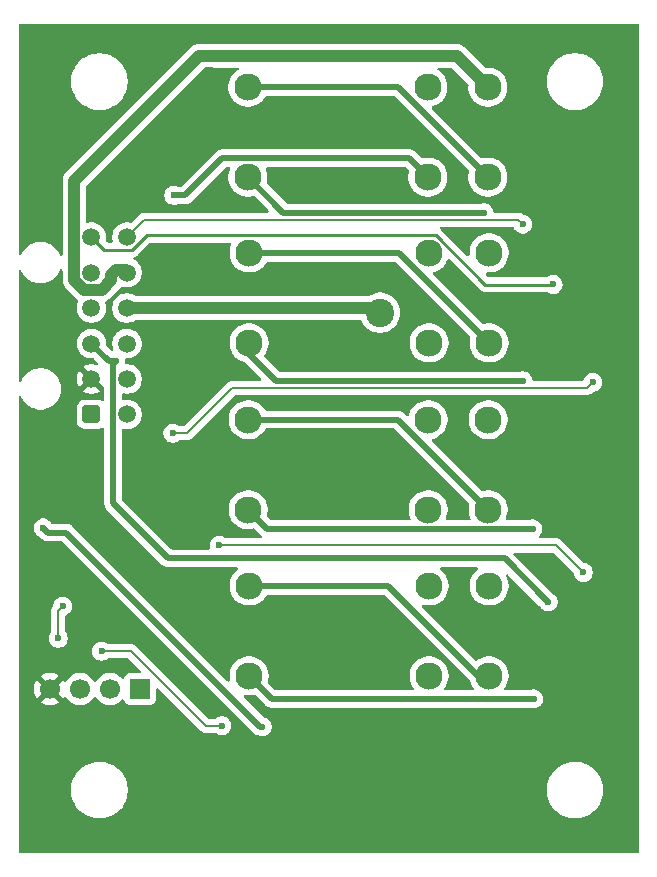
<source format=gbr>
%TF.GenerationSoftware,KiCad,Pcbnew,9.0.4*%
%TF.CreationDate,2026-01-15T15:25:04-08:00*%
%TF.ProjectId,relayBoard,72656c61-7942-46f6-9172-642e6b696361,rev?*%
%TF.SameCoordinates,Original*%
%TF.FileFunction,Copper,L2,Bot*%
%TF.FilePolarity,Positive*%
%FSLAX46Y46*%
G04 Gerber Fmt 4.6, Leading zero omitted, Abs format (unit mm)*
G04 Created by KiCad (PCBNEW 9.0.4) date 2026-01-15 15:25:04*
%MOMM*%
%LPD*%
G01*
G04 APERTURE LIST*
G04 Aperture macros list*
%AMRoundRect*
0 Rectangle with rounded corners*
0 $1 Rounding radius*
0 $2 $3 $4 $5 $6 $7 $8 $9 X,Y pos of 4 corners*
0 Add a 4 corners polygon primitive as box body*
4,1,4,$2,$3,$4,$5,$6,$7,$8,$9,$2,$3,0*
0 Add four circle primitives for the rounded corners*
1,1,$1+$1,$2,$3*
1,1,$1+$1,$4,$5*
1,1,$1+$1,$6,$7*
1,1,$1+$1,$8,$9*
0 Add four rect primitives between the rounded corners*
20,1,$1+$1,$2,$3,$4,$5,0*
20,1,$1+$1,$4,$5,$6,$7,0*
20,1,$1+$1,$6,$7,$8,$9,0*
20,1,$1+$1,$8,$9,$2,$3,0*%
G04 Aperture macros list end*
%TA.AperFunction,ComponentPad*%
%ADD10C,1.500000*%
%TD*%
%TA.AperFunction,ComponentPad*%
%ADD11RoundRect,0.250001X0.499999X-0.499999X0.499999X0.499999X-0.499999X0.499999X-0.499999X-0.499999X0*%
%TD*%
%TA.AperFunction,ComponentPad*%
%ADD12C,2.300000*%
%TD*%
%TA.AperFunction,ComponentPad*%
%ADD13R,1.700000X1.700000*%
%TD*%
%TA.AperFunction,ComponentPad*%
%ADD14C,1.700000*%
%TD*%
%TA.AperFunction,ViaPad*%
%ADD15C,0.600000*%
%TD*%
%TA.AperFunction,ViaPad*%
%ADD16C,2.400000*%
%TD*%
%TA.AperFunction,Conductor*%
%ADD17C,0.500000*%
%TD*%
%TA.AperFunction,Conductor*%
%ADD18C,0.200000*%
%TD*%
%TA.AperFunction,Conductor*%
%ADD19C,1.000000*%
%TD*%
%TA.AperFunction,Conductor*%
%ADD20C,0.250000*%
%TD*%
G04 APERTURE END LIST*
D10*
%TO.P,J1,12,Pin_12*%
%TO.N,BSPD Fault*%
X88490000Y-52110000D03*
%TO.P,J1,11,Pin_11*%
%TO.N,SDC 1*%
X88490000Y-55110000D03*
%TO.P,J1,10,Pin_10*%
%TO.N,SDC 2*%
X88490000Y-58110000D03*
%TO.P,J1,9,Pin_9*%
%TO.N,Reset*%
X88490000Y-61110000D03*
%TO.P,J1,8,Pin_8*%
%TO.N,BMS Fault*%
X88490000Y-64110000D03*
%TO.P,J1,7,Pin_7*%
%TO.N,No_Faults*%
X88490000Y-67110000D03*
%TO.P,J1,6,Pin_6*%
%TO.N,IMD Fault*%
X85490000Y-52110000D03*
%TO.P,J1,5,Pin_5*%
%TO.N,Extra_GPIO_LOW*%
X85490000Y-55110000D03*
%TO.P,J1,4,Pin_4*%
%TO.N,Extra_GPIO_High*%
X85490000Y-58110000D03*
%TO.P,J1,3,Pin_3*%
%TO.N,Precharge_fault*%
X85490000Y-61110000D03*
%TO.P,J1,2,Pin_2*%
%TO.N,GND*%
X85490000Y-64110000D03*
D11*
%TO.P,J1,1,Pin_1*%
%TO.N,BAT+*%
X85490000Y-67110000D03*
%TD*%
D12*
%TO.P,K6,1,1*%
%TO.N,/Drain_BSPD*%
X98740000Y-47020000D03*
%TO.P,K6,2,2*%
%TO.N,GLV+*%
X113980000Y-47020000D03*
%TO.P,K6,3,3*%
%TO.N,Net-(D1-K)*%
X119060000Y-47020000D03*
%TO.P,K6,4,4*%
%TO.N,SDC 1*%
X119060000Y-39400000D03*
%TO.P,K6,5,5*%
%TO.N,Net-(K5-Pad4)*%
X113980000Y-39400000D03*
%TO.P,K6,6,6*%
%TO.N,Net-(D1-K)*%
X98740000Y-39400000D03*
%TD*%
%TO.P,K4,1,1*%
%TO.N,/Drain_BMS*%
X98750000Y-75170000D03*
%TO.P,K4,2,2*%
%TO.N,GLV+*%
X113990000Y-75170000D03*
%TO.P,K4,3,3*%
%TO.N,Net-(D5-K)*%
X119070000Y-75170000D03*
%TO.P,K4,4,4*%
%TO.N,Net-(K4-Pad4)*%
X119070000Y-67550000D03*
%TO.P,K4,5,5*%
%TO.N,Net-(K4-Pad5)*%
X113990000Y-67550000D03*
%TO.P,K4,6,6*%
%TO.N,Net-(D5-K)*%
X98750000Y-67550000D03*
%TD*%
%TO.P,K5,1,1*%
%TO.N,/Drain_IMD*%
X98830000Y-61060000D03*
%TO.P,K5,2,2*%
%TO.N,GLV+*%
X114070000Y-61060000D03*
%TO.P,K5,3,3*%
%TO.N,Net-(D3-K)*%
X119150000Y-61060000D03*
%TO.P,K5,4,4*%
%TO.N,Net-(K5-Pad4)*%
X119150000Y-53440000D03*
%TO.P,K5,5,5*%
%TO.N,Net-(K4-Pad4)*%
X114070000Y-53440000D03*
%TO.P,K5,6,6*%
%TO.N,Net-(D3-K)*%
X98830000Y-53440000D03*
%TD*%
D13*
%TO.P,J2,1,Pin_1*%
%TO.N,+3.3V*%
X89590000Y-90360000D03*
D14*
%TO.P,J2,2,Pin_2*%
%TO.N,SWCLK*%
X87050000Y-90360000D03*
%TO.P,J2,3,Pin_3*%
%TO.N,SWDIO*%
X84510000Y-90360000D03*
%TO.P,J2,4,Pin_4*%
%TO.N,GND*%
X81970000Y-90360000D03*
%TD*%
D12*
%TO.P,K7,1,1*%
%TO.N,/Drain_Precharge*%
X98830000Y-89250000D03*
%TO.P,K7,2,2*%
%TO.N,GLV+*%
X114070000Y-89250000D03*
%TO.P,K7,3,3*%
%TO.N,Net-(D10-K)*%
X119150000Y-89250000D03*
%TO.P,K7,4,4*%
%TO.N,Net-(K4-Pad5)*%
X119150000Y-81630000D03*
%TO.P,K7,5,5*%
%TO.N,SDC 2*%
X114070000Y-81630000D03*
%TO.P,K7,6,6*%
%TO.N,Net-(D10-K)*%
X98830000Y-81630000D03*
%TD*%
D15*
%TO.N,Precharge_fault*%
X87533096Y-62623995D03*
%TO.N,GND*%
X82750000Y-75630000D03*
X85570000Y-84510000D03*
X85720000Y-82450000D03*
%TO.N,GLV+*%
X96540000Y-93460000D03*
X86340000Y-87160000D03*
%TO.N,Net-(Q8-D)*%
X83050000Y-83340000D03*
X82670000Y-86070000D03*
%TO.N,GND*%
X94290000Y-98470000D03*
X94830000Y-35430000D03*
X94280000Y-101430000D03*
X95260000Y-102190000D03*
X99580000Y-96200000D03*
X111627500Y-102891250D03*
X129920000Y-60710000D03*
X96320000Y-101450000D03*
X97260000Y-99230000D03*
X96330000Y-99970000D03*
X96330000Y-99230000D03*
X128590000Y-74150000D03*
X112820000Y-103030000D03*
X94290000Y-99950000D03*
X93280000Y-99950000D03*
X97260000Y-100710000D03*
X95260000Y-102930000D03*
X93280000Y-98470000D03*
X93280000Y-99210000D03*
X129890000Y-46210000D03*
X128740000Y-88590000D03*
X90620000Y-69260000D03*
X96320000Y-102930000D03*
X126030000Y-83160000D03*
X80440000Y-77620000D03*
X89170000Y-74220000D03*
X126280000Y-56210000D03*
X93270000Y-101430000D03*
X130450000Y-53490000D03*
X95270000Y-99970000D03*
X91250000Y-96080000D03*
X129630000Y-77050000D03*
X93280000Y-100690000D03*
X97250000Y-102190000D03*
X97250000Y-101450000D03*
X85000735Y-77109265D03*
X95270000Y-98490000D03*
X94290000Y-99210000D03*
X97250000Y-102930000D03*
X94280000Y-102170000D03*
X96330000Y-98490000D03*
X97260000Y-99970000D03*
X126410000Y-52620000D03*
X100370000Y-99640000D03*
X90620000Y-79520000D03*
X95260000Y-101450000D03*
X96330000Y-100710000D03*
X92000000Y-44240000D03*
X96320000Y-102190000D03*
X91630000Y-66210000D03*
X93270000Y-102170000D03*
X94290000Y-100690000D03*
X97260000Y-98490000D03*
X95270000Y-100710000D03*
X94280000Y-102910000D03*
X95270000Y-99230000D03*
X93270000Y-102910000D03*
D16*
%TO.N,SDC 2*%
X109930000Y-58490000D03*
D15*
%TO.N,/Drain_BMS*%
X122840000Y-76810000D03*
%TO.N,/Drain_BSPD*%
X118720000Y-50030000D03*
%TO.N,/Drain_IMD*%
X122000000Y-64260000D03*
%TO.N,BSPD Fault*%
X122010000Y-51000000D03*
%TO.N,IMD_Gate*%
X127940000Y-64390000D03*
X92380000Y-68700000D03*
%TO.N,IMD Fault*%
X124570000Y-56110000D03*
%TO.N,/Drain_Precharge*%
X122930000Y-91200000D03*
%TO.N,Net-(Q6-D)*%
X99960000Y-93550000D03*
X81400000Y-76720000D03*
%TO.N,Precharge_fault*%
X124160000Y-82990000D03*
%TO.N,BMS_Gate*%
X127135000Y-80495000D03*
X96300000Y-78210000D03*
%TO.N,GLV+*%
X92460000Y-48570000D03*
%TD*%
D17*
%TO.N,Precharge_fault*%
X87533096Y-62623995D02*
X87003995Y-62623995D01*
X87003995Y-62623995D02*
X85490000Y-61110000D01*
X87289000Y-64607471D02*
X87289000Y-63612529D01*
X120480000Y-79310000D02*
X91980000Y-79310000D01*
X124160000Y-82990000D02*
X120480000Y-79310000D01*
X87289000Y-67607471D02*
X87289000Y-66612529D01*
X87320000Y-74650000D02*
X87320000Y-67638471D01*
X87320000Y-67638471D02*
X87289000Y-67607471D01*
X87289000Y-66612529D02*
X87320000Y-66581529D01*
X87320000Y-66581529D02*
X87320000Y-64638471D01*
X91980000Y-79310000D02*
X87320000Y-74650000D01*
X87320000Y-64638471D02*
X87289000Y-64607471D01*
X87289000Y-63612529D02*
X87280000Y-63603529D01*
X87280000Y-63603529D02*
X87280000Y-62877091D01*
X87280000Y-62877091D02*
X87533096Y-62623995D01*
D18*
%TO.N,GLV+*%
X86340000Y-87160000D02*
X88860000Y-87160000D01*
X88860000Y-87160000D02*
X95160000Y-93460000D01*
X95160000Y-93460000D02*
X96540000Y-93460000D01*
%TO.N,Net-(Q8-D)*%
X82670000Y-83720000D02*
X83050000Y-83340000D01*
X82670000Y-86070000D02*
X82670000Y-83720000D01*
D17*
%TO.N,Net-(D5-K)*%
X111450000Y-67550000D02*
X119070000Y-75170000D01*
X98750000Y-67550000D02*
X111450000Y-67550000D01*
D19*
%TO.N,SDC 2*%
X109930000Y-58490000D02*
X109550000Y-58110000D01*
X109930000Y-58490000D02*
X109930000Y-58470000D01*
X109550000Y-58110000D02*
X88490000Y-58110000D01*
D17*
%TO.N,/Drain_BMS*%
X98750000Y-75170000D02*
X100390000Y-76810000D01*
X100390000Y-76810000D02*
X122840000Y-76810000D01*
D19*
%TO.N,SDC 1*%
X94634372Y-36740000D02*
X95910000Y-36740000D01*
X88270000Y-54890000D02*
X87530000Y-54890000D01*
X86349000Y-56561000D02*
X84888976Y-56561000D01*
X88490000Y-55110000D02*
X88270000Y-54890000D01*
X84039000Y-55711024D02*
X84039000Y-47335372D01*
X116410000Y-36750000D02*
X119060000Y-39400000D01*
X87530000Y-54890000D02*
X87150000Y-55270000D01*
X95920000Y-36750000D02*
X116410000Y-36750000D01*
X87150000Y-55760000D02*
X86349000Y-56561000D01*
X84039000Y-47335372D02*
X94634372Y-36740000D01*
X95910000Y-36740000D02*
X95920000Y-36750000D01*
X84888976Y-56561000D02*
X84039000Y-55711024D01*
X87150000Y-55270000D02*
X87150000Y-55760000D01*
D17*
%TO.N,/Drain_BSPD*%
X101740000Y-50020000D02*
X98740000Y-47020000D01*
X98700000Y-46980000D02*
X98740000Y-47020000D01*
X118720000Y-50030000D02*
X118710000Y-50020000D01*
X118710000Y-50020000D02*
X101740000Y-50020000D01*
%TO.N,Net-(D1-K)*%
X111440000Y-39400000D02*
X119060000Y-47020000D01*
X98740000Y-39400000D02*
X111440000Y-39400000D01*
%TO.N,Net-(D3-K)*%
X98830000Y-53440000D02*
X111530000Y-53440000D01*
X111530000Y-53440000D02*
X119150000Y-61060000D01*
%TO.N,/Drain_IMD*%
X120780000Y-64270000D02*
X101120000Y-64270000D01*
X122000000Y-64260000D02*
X120790000Y-64260000D01*
X98830000Y-61980000D02*
X98830000Y-61060000D01*
X120790000Y-64260000D02*
X120780000Y-64270000D01*
X101120000Y-64270000D02*
X98830000Y-61980000D01*
D18*
%TO.N,BSPD Fault*%
X89970000Y-50630000D02*
X121640000Y-50630000D01*
X121640000Y-50630000D02*
X122010000Y-51000000D01*
X88490000Y-52110000D02*
X89970000Y-50630000D01*
%TO.N,IMD_Gate*%
X97409000Y-64861000D02*
X127469000Y-64861000D01*
X93570000Y-68700000D02*
X97409000Y-64861000D01*
X92380000Y-68700000D02*
X93570000Y-68700000D01*
X127469000Y-64861000D02*
X127940000Y-64390000D01*
D20*
%TO.N,IMD Fault*%
X90157694Y-51964000D02*
X88935694Y-53186000D01*
X86566000Y-53186000D02*
X85490000Y-52110000D01*
X124560000Y-56120000D02*
X118837380Y-56120000D01*
X124570000Y-56110000D02*
X124560000Y-56120000D01*
X114681380Y-51964000D02*
X90157694Y-51964000D01*
X88935694Y-53186000D02*
X86566000Y-53186000D01*
X118837380Y-56120000D02*
X114681380Y-51964000D01*
D17*
%TO.N,/Drain_Precharge*%
X98830000Y-89250000D02*
X100780000Y-91200000D01*
X100780000Y-91200000D02*
X122930000Y-91200000D01*
%TO.N,Net-(D10-K)*%
X110620000Y-81630000D02*
X118240000Y-89250000D01*
X98830000Y-81630000D02*
X110620000Y-81630000D01*
X118240000Y-89250000D02*
X119150000Y-89250000D01*
%TO.N,Net-(Q6-D)*%
X81800000Y-77120000D02*
X83370000Y-77120000D01*
X83370000Y-77120000D02*
X99800000Y-93550000D01*
X81400000Y-76720000D02*
X81800000Y-77120000D01*
X99800000Y-93550000D02*
X99960000Y-93550000D01*
D18*
%TO.N,BMS_Gate*%
X96300000Y-78210000D02*
X124850000Y-78210000D01*
X124850000Y-78210000D02*
X127135000Y-80495000D01*
X127135000Y-80495000D02*
X127140000Y-80500000D01*
D17*
%TO.N,GLV+*%
X92460000Y-48570000D02*
X93420000Y-48570000D01*
X93420000Y-48570000D02*
X96571000Y-45419000D01*
X96571000Y-45419000D02*
X112379000Y-45419000D01*
X112379000Y-45419000D02*
X113980000Y-47020000D01*
%TD*%
%TA.AperFunction,Conductor*%
%TO.N,GND*%
G36*
X131782539Y-34040185D02*
G01*
X131828294Y-34092989D01*
X131839500Y-34144500D01*
X131839500Y-104135500D01*
X131819815Y-104202539D01*
X131767011Y-104248294D01*
X131715500Y-104259500D01*
X79444500Y-104259500D01*
X79377461Y-104239815D01*
X79331706Y-104187011D01*
X79320500Y-104135500D01*
X79320500Y-98785186D01*
X83759500Y-98785186D01*
X83759500Y-99054813D01*
X83789686Y-99322719D01*
X83789688Y-99322731D01*
X83849684Y-99585594D01*
X83849687Y-99585602D01*
X83938734Y-99840082D01*
X84055714Y-100082994D01*
X84055716Y-100082997D01*
X84199162Y-100311289D01*
X84367266Y-100522085D01*
X84557915Y-100712734D01*
X84768711Y-100880838D01*
X84997003Y-101024284D01*
X85239921Y-101141267D01*
X85431049Y-101208145D01*
X85494397Y-101230312D01*
X85494405Y-101230315D01*
X85494408Y-101230315D01*
X85494409Y-101230316D01*
X85757268Y-101290312D01*
X86025187Y-101320499D01*
X86025188Y-101320500D01*
X86025191Y-101320500D01*
X86294812Y-101320500D01*
X86294812Y-101320499D01*
X86562732Y-101290312D01*
X86825591Y-101230316D01*
X87080079Y-101141267D01*
X87322997Y-101024284D01*
X87551289Y-100880838D01*
X87762085Y-100712734D01*
X87952734Y-100522085D01*
X88120838Y-100311289D01*
X88264284Y-100082997D01*
X88381267Y-99840079D01*
X88470316Y-99585591D01*
X88530312Y-99322732D01*
X88560500Y-99054809D01*
X88560500Y-98785191D01*
X88560499Y-98785186D01*
X124029500Y-98785186D01*
X124029500Y-99054813D01*
X124059686Y-99322719D01*
X124059688Y-99322731D01*
X124119684Y-99585594D01*
X124119687Y-99585602D01*
X124208734Y-99840082D01*
X124325714Y-100082994D01*
X124325716Y-100082997D01*
X124469162Y-100311289D01*
X124637266Y-100522085D01*
X124827915Y-100712734D01*
X125038711Y-100880838D01*
X125267003Y-101024284D01*
X125509921Y-101141267D01*
X125701049Y-101208145D01*
X125764397Y-101230312D01*
X125764405Y-101230315D01*
X125764408Y-101230315D01*
X125764409Y-101230316D01*
X126027268Y-101290312D01*
X126295187Y-101320499D01*
X126295188Y-101320500D01*
X126295191Y-101320500D01*
X126564812Y-101320500D01*
X126564812Y-101320499D01*
X126832732Y-101290312D01*
X127095591Y-101230316D01*
X127350079Y-101141267D01*
X127592997Y-101024284D01*
X127821289Y-100880838D01*
X128032085Y-100712734D01*
X128222734Y-100522085D01*
X128390838Y-100311289D01*
X128534284Y-100082997D01*
X128651267Y-99840079D01*
X128740316Y-99585591D01*
X128800312Y-99322732D01*
X128830500Y-99054809D01*
X128830500Y-98785191D01*
X128800312Y-98517268D01*
X128740316Y-98254409D01*
X128651267Y-97999921D01*
X128534284Y-97757003D01*
X128390838Y-97528711D01*
X128222734Y-97317915D01*
X128032085Y-97127266D01*
X127821289Y-96959162D01*
X127592997Y-96815716D01*
X127592994Y-96815714D01*
X127350082Y-96698734D01*
X127095602Y-96609687D01*
X127095594Y-96609684D01*
X126898446Y-96564687D01*
X126832732Y-96549688D01*
X126832728Y-96549687D01*
X126832719Y-96549686D01*
X126564813Y-96519500D01*
X126564809Y-96519500D01*
X126295191Y-96519500D01*
X126295186Y-96519500D01*
X126027280Y-96549686D01*
X126027268Y-96549688D01*
X125764405Y-96609684D01*
X125764397Y-96609687D01*
X125509917Y-96698734D01*
X125267005Y-96815714D01*
X125038712Y-96959161D01*
X124827915Y-97127265D01*
X124637265Y-97317915D01*
X124469161Y-97528712D01*
X124325714Y-97757005D01*
X124208734Y-97999917D01*
X124119687Y-98254397D01*
X124119684Y-98254405D01*
X124059688Y-98517268D01*
X124059686Y-98517280D01*
X124029500Y-98785186D01*
X88560499Y-98785186D01*
X88530312Y-98517268D01*
X88470316Y-98254409D01*
X88381267Y-97999921D01*
X88264284Y-97757003D01*
X88120838Y-97528711D01*
X87952734Y-97317915D01*
X87762085Y-97127266D01*
X87551289Y-96959162D01*
X87322997Y-96815716D01*
X87322994Y-96815714D01*
X87080082Y-96698734D01*
X86825602Y-96609687D01*
X86825594Y-96609684D01*
X86628446Y-96564687D01*
X86562732Y-96549688D01*
X86562728Y-96549687D01*
X86562719Y-96549686D01*
X86294813Y-96519500D01*
X86294809Y-96519500D01*
X86025191Y-96519500D01*
X86025186Y-96519500D01*
X85757280Y-96549686D01*
X85757268Y-96549688D01*
X85494405Y-96609684D01*
X85494397Y-96609687D01*
X85239917Y-96698734D01*
X84997005Y-96815714D01*
X84768712Y-96959161D01*
X84557915Y-97127265D01*
X84367265Y-97317915D01*
X84199161Y-97528712D01*
X84055714Y-97757005D01*
X83938734Y-97999917D01*
X83849687Y-98254397D01*
X83849684Y-98254405D01*
X83789688Y-98517268D01*
X83789686Y-98517280D01*
X83759500Y-98785186D01*
X79320500Y-98785186D01*
X79320500Y-90253753D01*
X80620000Y-90253753D01*
X80620000Y-90466246D01*
X80653242Y-90676127D01*
X80653242Y-90676130D01*
X80718904Y-90878217D01*
X80815375Y-91067550D01*
X80854728Y-91121716D01*
X81487037Y-90489408D01*
X81504075Y-90552993D01*
X81569901Y-90667007D01*
X81662993Y-90760099D01*
X81777007Y-90825925D01*
X81840590Y-90842962D01*
X81208282Y-91475269D01*
X81208282Y-91475270D01*
X81262449Y-91514624D01*
X81451782Y-91611095D01*
X81653870Y-91676757D01*
X81863754Y-91710000D01*
X82076246Y-91710000D01*
X82286127Y-91676757D01*
X82286130Y-91676757D01*
X82488217Y-91611095D01*
X82677554Y-91514622D01*
X82731716Y-91475270D01*
X82731717Y-91475270D01*
X82099408Y-90842962D01*
X82162993Y-90825925D01*
X82277007Y-90760099D01*
X82370099Y-90667007D01*
X82435925Y-90552993D01*
X82452962Y-90489408D01*
X83085270Y-91121717D01*
X83085270Y-91121716D01*
X83124622Y-91067555D01*
X83129232Y-91058507D01*
X83177205Y-91007709D01*
X83245025Y-90990912D01*
X83311161Y-91013447D01*
X83350204Y-91058504D01*
X83354949Y-91067817D01*
X83479890Y-91239786D01*
X83630213Y-91390109D01*
X83802179Y-91515048D01*
X83802181Y-91515049D01*
X83802184Y-91515051D01*
X83991588Y-91611557D01*
X84193757Y-91677246D01*
X84403713Y-91710500D01*
X84403714Y-91710500D01*
X84616286Y-91710500D01*
X84616287Y-91710500D01*
X84826243Y-91677246D01*
X85028412Y-91611557D01*
X85217816Y-91515051D01*
X85304138Y-91452335D01*
X85389786Y-91390109D01*
X85389788Y-91390106D01*
X85389792Y-91390104D01*
X85540104Y-91239792D01*
X85540106Y-91239788D01*
X85540109Y-91239786D01*
X85665048Y-91067820D01*
X85665050Y-91067817D01*
X85665051Y-91067816D01*
X85669514Y-91059054D01*
X85717488Y-91008259D01*
X85785308Y-90991463D01*
X85851444Y-91013999D01*
X85890486Y-91059056D01*
X85894951Y-91067820D01*
X86019890Y-91239786D01*
X86170213Y-91390109D01*
X86342179Y-91515048D01*
X86342181Y-91515049D01*
X86342184Y-91515051D01*
X86531588Y-91611557D01*
X86733757Y-91677246D01*
X86943713Y-91710500D01*
X86943714Y-91710500D01*
X87156286Y-91710500D01*
X87156287Y-91710500D01*
X87366243Y-91677246D01*
X87568412Y-91611557D01*
X87757816Y-91515051D01*
X87929792Y-91390104D01*
X88043329Y-91276566D01*
X88104648Y-91243084D01*
X88174340Y-91248068D01*
X88230274Y-91289939D01*
X88247189Y-91320917D01*
X88296202Y-91452328D01*
X88296206Y-91452335D01*
X88382452Y-91567544D01*
X88382455Y-91567547D01*
X88497664Y-91653793D01*
X88497671Y-91653797D01*
X88632517Y-91704091D01*
X88632516Y-91704091D01*
X88639444Y-91704835D01*
X88692127Y-91710500D01*
X90487872Y-91710499D01*
X90547483Y-91704091D01*
X90682331Y-91653796D01*
X90797546Y-91567546D01*
X90883796Y-91452331D01*
X90934091Y-91317483D01*
X90940500Y-91257873D01*
X90940499Y-90389095D01*
X90960183Y-90322057D01*
X91012987Y-90276302D01*
X91082146Y-90266358D01*
X91145702Y-90295383D01*
X91152180Y-90301415D01*
X94675139Y-93824374D01*
X94675149Y-93824385D01*
X94679479Y-93828715D01*
X94679480Y-93828716D01*
X94791284Y-93940520D01*
X94791286Y-93940521D01*
X94791290Y-93940524D01*
X94928209Y-94019573D01*
X94928216Y-94019577D01*
X95040019Y-94049534D01*
X95080942Y-94060500D01*
X95080943Y-94060500D01*
X95960234Y-94060500D01*
X96027273Y-94080185D01*
X96029125Y-94081398D01*
X96160814Y-94169390D01*
X96160827Y-94169397D01*
X96306498Y-94229735D01*
X96306503Y-94229737D01*
X96455578Y-94259390D01*
X96461153Y-94260499D01*
X96461156Y-94260500D01*
X96461158Y-94260500D01*
X96618844Y-94260500D01*
X96618845Y-94260499D01*
X96773497Y-94229737D01*
X96919179Y-94169394D01*
X97050289Y-94081789D01*
X97161789Y-93970289D01*
X97249394Y-93839179D01*
X97309737Y-93693497D01*
X97340500Y-93538842D01*
X97340500Y-93381158D01*
X97340500Y-93381155D01*
X97340499Y-93381153D01*
X97309737Y-93226503D01*
X97309735Y-93226498D01*
X97249397Y-93080827D01*
X97249390Y-93080814D01*
X97161789Y-92949711D01*
X97161786Y-92949707D01*
X97050292Y-92838213D01*
X97050288Y-92838210D01*
X96919185Y-92750609D01*
X96919172Y-92750602D01*
X96773501Y-92690264D01*
X96773489Y-92690261D01*
X96618845Y-92659500D01*
X96618842Y-92659500D01*
X96461158Y-92659500D01*
X96461155Y-92659500D01*
X96306510Y-92690261D01*
X96306498Y-92690264D01*
X96160827Y-92750602D01*
X96160814Y-92750609D01*
X96029125Y-92838602D01*
X95962447Y-92859480D01*
X95960234Y-92859500D01*
X95460097Y-92859500D01*
X95393058Y-92839815D01*
X95372416Y-92823181D01*
X89347590Y-86798355D01*
X89347588Y-86798352D01*
X89228717Y-86679481D01*
X89228716Y-86679480D01*
X89141904Y-86629360D01*
X89141904Y-86629359D01*
X89141900Y-86629358D01*
X89091785Y-86600423D01*
X88939057Y-86559499D01*
X88780943Y-86559499D01*
X88773347Y-86559499D01*
X88773331Y-86559500D01*
X86919766Y-86559500D01*
X86852727Y-86539815D01*
X86850875Y-86538602D01*
X86719185Y-86450609D01*
X86719172Y-86450602D01*
X86573501Y-86390264D01*
X86573489Y-86390261D01*
X86418845Y-86359500D01*
X86418842Y-86359500D01*
X86261158Y-86359500D01*
X86261155Y-86359500D01*
X86106510Y-86390261D01*
X86106498Y-86390264D01*
X85960827Y-86450602D01*
X85960814Y-86450609D01*
X85829711Y-86538210D01*
X85829707Y-86538213D01*
X85718213Y-86649707D01*
X85718210Y-86649711D01*
X85630609Y-86780814D01*
X85630602Y-86780827D01*
X85570264Y-86926498D01*
X85570261Y-86926510D01*
X85539500Y-87081153D01*
X85539500Y-87238846D01*
X85570261Y-87393489D01*
X85570264Y-87393501D01*
X85630602Y-87539172D01*
X85630609Y-87539185D01*
X85718210Y-87670288D01*
X85718213Y-87670292D01*
X85829707Y-87781786D01*
X85829711Y-87781789D01*
X85960814Y-87869390D01*
X85960827Y-87869397D01*
X86106498Y-87929735D01*
X86106503Y-87929737D01*
X86261153Y-87960499D01*
X86261156Y-87960500D01*
X86261158Y-87960500D01*
X86418844Y-87960500D01*
X86418845Y-87960499D01*
X86573497Y-87929737D01*
X86719179Y-87869394D01*
X86765617Y-87838365D01*
X86850875Y-87781398D01*
X86917553Y-87760520D01*
X86919766Y-87760500D01*
X88559903Y-87760500D01*
X88626942Y-87780185D01*
X88647584Y-87796819D01*
X89648584Y-88797819D01*
X89682069Y-88859142D01*
X89677085Y-88928834D01*
X89635213Y-88984767D01*
X89569749Y-89009184D01*
X89560903Y-89009500D01*
X88692129Y-89009500D01*
X88692123Y-89009501D01*
X88632516Y-89015908D01*
X88497671Y-89066202D01*
X88497664Y-89066206D01*
X88382455Y-89152452D01*
X88382452Y-89152455D01*
X88296206Y-89267664D01*
X88296203Y-89267669D01*
X88247189Y-89399083D01*
X88205317Y-89455016D01*
X88139853Y-89479433D01*
X88071580Y-89464581D01*
X88043326Y-89443430D01*
X87929786Y-89329890D01*
X87757820Y-89204951D01*
X87568414Y-89108444D01*
X87568413Y-89108443D01*
X87568412Y-89108443D01*
X87366243Y-89042754D01*
X87366241Y-89042753D01*
X87366240Y-89042753D01*
X87204957Y-89017208D01*
X87156287Y-89009500D01*
X86943713Y-89009500D01*
X86895042Y-89017208D01*
X86733760Y-89042753D01*
X86531585Y-89108444D01*
X86342179Y-89204951D01*
X86170213Y-89329890D01*
X86019890Y-89480213D01*
X85894949Y-89652182D01*
X85890484Y-89660946D01*
X85842509Y-89711742D01*
X85774688Y-89728536D01*
X85708553Y-89705998D01*
X85669516Y-89660946D01*
X85665050Y-89652182D01*
X85540109Y-89480213D01*
X85389786Y-89329890D01*
X85217820Y-89204951D01*
X85028414Y-89108444D01*
X85028413Y-89108443D01*
X85028412Y-89108443D01*
X84826243Y-89042754D01*
X84826241Y-89042753D01*
X84826240Y-89042753D01*
X84664957Y-89017208D01*
X84616287Y-89009500D01*
X84403713Y-89009500D01*
X84355042Y-89017208D01*
X84193760Y-89042753D01*
X83991585Y-89108444D01*
X83802179Y-89204951D01*
X83630213Y-89329890D01*
X83479890Y-89480213D01*
X83354949Y-89652182D01*
X83350202Y-89661499D01*
X83302227Y-89712293D01*
X83234405Y-89729087D01*
X83168271Y-89706548D01*
X83129234Y-89661495D01*
X83124626Y-89652452D01*
X83085270Y-89598282D01*
X83085269Y-89598282D01*
X82452962Y-90230590D01*
X82435925Y-90167007D01*
X82370099Y-90052993D01*
X82277007Y-89959901D01*
X82162993Y-89894075D01*
X82099409Y-89877037D01*
X82731716Y-89244728D01*
X82677550Y-89205375D01*
X82488217Y-89108904D01*
X82286129Y-89043242D01*
X82076246Y-89010000D01*
X81863754Y-89010000D01*
X81653872Y-89043242D01*
X81653869Y-89043242D01*
X81451782Y-89108904D01*
X81262439Y-89205380D01*
X81208282Y-89244727D01*
X81208282Y-89244728D01*
X81840591Y-89877037D01*
X81777007Y-89894075D01*
X81662993Y-89959901D01*
X81569901Y-90052993D01*
X81504075Y-90167007D01*
X81487037Y-90230591D01*
X80854728Y-89598282D01*
X80854727Y-89598282D01*
X80815380Y-89652439D01*
X80718904Y-89841782D01*
X80653242Y-90043869D01*
X80653242Y-90043872D01*
X80620000Y-90253753D01*
X79320500Y-90253753D01*
X79320500Y-85991153D01*
X81869500Y-85991153D01*
X81869500Y-86148846D01*
X81900261Y-86303489D01*
X81900264Y-86303501D01*
X81960602Y-86449172D01*
X81960609Y-86449185D01*
X82048210Y-86580288D01*
X82048213Y-86580292D01*
X82159707Y-86691786D01*
X82159711Y-86691789D01*
X82290814Y-86779390D01*
X82290827Y-86779397D01*
X82436498Y-86839735D01*
X82436503Y-86839737D01*
X82591153Y-86870499D01*
X82591156Y-86870500D01*
X82591158Y-86870500D01*
X82748844Y-86870500D01*
X82748845Y-86870499D01*
X82903497Y-86839737D01*
X83020474Y-86791284D01*
X83049172Y-86779397D01*
X83049172Y-86779396D01*
X83049179Y-86779394D01*
X83180289Y-86691789D01*
X83291789Y-86580289D01*
X83379394Y-86449179D01*
X83439737Y-86303497D01*
X83470500Y-86148842D01*
X83470500Y-85991158D01*
X83470500Y-85991155D01*
X83470499Y-85991153D01*
X83439738Y-85836510D01*
X83439737Y-85836503D01*
X83439735Y-85836498D01*
X83379397Y-85690827D01*
X83379390Y-85690814D01*
X83291398Y-85559125D01*
X83270520Y-85492447D01*
X83270500Y-85490234D01*
X83270500Y-84197975D01*
X83290185Y-84130936D01*
X83342989Y-84085181D01*
X83347048Y-84083414D01*
X83429172Y-84049397D01*
X83429172Y-84049396D01*
X83429179Y-84049394D01*
X83560289Y-83961789D01*
X83671789Y-83850289D01*
X83759394Y-83719179D01*
X83819737Y-83573497D01*
X83850500Y-83418842D01*
X83850500Y-83261158D01*
X83850500Y-83261155D01*
X83850499Y-83261153D01*
X83819737Y-83106503D01*
X83804138Y-83068844D01*
X83759397Y-82960827D01*
X83759390Y-82960814D01*
X83671789Y-82829711D01*
X83671786Y-82829707D01*
X83560292Y-82718213D01*
X83560288Y-82718210D01*
X83429185Y-82630609D01*
X83429172Y-82630602D01*
X83283501Y-82570264D01*
X83283489Y-82570261D01*
X83128845Y-82539500D01*
X83128842Y-82539500D01*
X82971158Y-82539500D01*
X82971155Y-82539500D01*
X82816510Y-82570261D01*
X82816498Y-82570264D01*
X82670827Y-82630602D01*
X82670814Y-82630609D01*
X82539711Y-82718210D01*
X82539707Y-82718213D01*
X82428213Y-82829707D01*
X82428210Y-82829711D01*
X82340609Y-82960814D01*
X82340602Y-82960827D01*
X82280264Y-83106498D01*
X82280261Y-83106508D01*
X82249362Y-83261848D01*
X82228839Y-83309462D01*
X82222800Y-83317963D01*
X82189480Y-83351284D01*
X82150476Y-83418842D01*
X82147566Y-83423881D01*
X82147559Y-83423892D01*
X82110423Y-83488214D01*
X82110423Y-83488215D01*
X82069499Y-83640943D01*
X82069499Y-83640945D01*
X82069499Y-83809046D01*
X82069500Y-83809059D01*
X82069500Y-85490234D01*
X82049815Y-85557273D01*
X82048602Y-85559125D01*
X81960609Y-85690814D01*
X81960602Y-85690827D01*
X81900264Y-85836498D01*
X81900261Y-85836510D01*
X81869500Y-85991153D01*
X79320500Y-85991153D01*
X79320500Y-76641153D01*
X80599500Y-76641153D01*
X80599500Y-76798846D01*
X80630261Y-76953489D01*
X80630264Y-76953501D01*
X80690602Y-77099172D01*
X80690609Y-77099185D01*
X80778210Y-77230288D01*
X80778213Y-77230292D01*
X80889710Y-77341789D01*
X80966280Y-77392951D01*
X81020821Y-77429394D01*
X81020826Y-77429396D01*
X81020828Y-77429397D01*
X81044473Y-77439191D01*
X81084705Y-77466072D01*
X81321580Y-77702948D01*
X81321584Y-77702951D01*
X81444498Y-77785080D01*
X81444511Y-77785087D01*
X81580184Y-77841284D01*
X81581087Y-77841658D01*
X81581091Y-77841658D01*
X81581092Y-77841659D01*
X81726079Y-77870500D01*
X81726082Y-77870500D01*
X81873917Y-77870500D01*
X83007770Y-77870500D01*
X83074809Y-77890185D01*
X83095451Y-77906819D01*
X99321584Y-94132952D01*
X99321590Y-94132957D01*
X99362580Y-94160344D01*
X99376119Y-94169390D01*
X99376121Y-94169391D01*
X99376124Y-94169394D01*
X99376125Y-94169394D01*
X99444505Y-94215084D01*
X99444507Y-94215085D01*
X99444511Y-94215087D01*
X99554149Y-94260500D01*
X99581087Y-94271658D01*
X99625565Y-94280505D01*
X99648819Y-94287559D01*
X99726503Y-94319737D01*
X99881153Y-94350499D01*
X99881156Y-94350500D01*
X99881158Y-94350500D01*
X100038844Y-94350500D01*
X100038845Y-94350499D01*
X100193497Y-94319737D01*
X100339179Y-94259394D01*
X100470289Y-94171789D01*
X100581789Y-94060289D01*
X100669394Y-93929179D01*
X100729737Y-93783497D01*
X100760500Y-93628842D01*
X100760500Y-93471158D01*
X100760500Y-93471155D01*
X100760499Y-93471153D01*
X100729738Y-93316510D01*
X100729737Y-93316503D01*
X100692456Y-93226498D01*
X100669397Y-93170827D01*
X100669390Y-93170814D01*
X100581789Y-93039711D01*
X100581786Y-93039707D01*
X100470292Y-92928213D01*
X100470288Y-92928210D01*
X100339185Y-92840609D01*
X100339172Y-92840602D01*
X100193501Y-92780264D01*
X100193489Y-92780261D01*
X100103229Y-92762307D01*
X100041318Y-92729922D01*
X100039739Y-92728371D01*
X98389842Y-91078474D01*
X98356357Y-91017151D01*
X98361341Y-90947459D01*
X98403213Y-90891526D01*
X98468677Y-90867109D01*
X98496921Y-90868320D01*
X98700098Y-90900500D01*
X98700103Y-90900500D01*
X98959902Y-90900500D01*
X99076531Y-90882027D01*
X99216493Y-90859860D01*
X99266498Y-90843611D01*
X99336336Y-90841616D01*
X99392495Y-90873862D01*
X100197048Y-91678415D01*
X100197049Y-91678416D01*
X100301584Y-91782951D01*
X100301585Y-91782952D01*
X100424498Y-91865080D01*
X100424511Y-91865087D01*
X100531469Y-91909390D01*
X100561087Y-91921658D01*
X100561091Y-91921658D01*
X100561092Y-91921659D01*
X100706079Y-91950500D01*
X100706082Y-91950500D01*
X122625396Y-91950500D01*
X122672844Y-91959937D01*
X122696503Y-91969737D01*
X122696508Y-91969738D01*
X122696511Y-91969739D01*
X122851153Y-92000499D01*
X122851156Y-92000500D01*
X122851158Y-92000500D01*
X123008844Y-92000500D01*
X123008845Y-92000499D01*
X123163497Y-91969737D01*
X123309179Y-91909394D01*
X123440289Y-91821789D01*
X123551789Y-91710289D01*
X123639394Y-91579179D01*
X123699737Y-91433497D01*
X123730500Y-91278842D01*
X123730500Y-91121158D01*
X123730500Y-91121155D01*
X123730499Y-91121153D01*
X123699737Y-90966503D01*
X123658567Y-90867109D01*
X123639397Y-90820827D01*
X123639390Y-90820814D01*
X123551789Y-90689711D01*
X123551786Y-90689707D01*
X123440292Y-90578213D01*
X123440288Y-90578210D01*
X123309185Y-90490609D01*
X123309172Y-90490602D01*
X123163501Y-90430264D01*
X123163489Y-90430261D01*
X123008845Y-90399500D01*
X123008842Y-90399500D01*
X122851158Y-90399500D01*
X122851155Y-90399500D01*
X122696511Y-90430260D01*
X122696506Y-90430262D01*
X122696504Y-90430262D01*
X122696503Y-90430263D01*
X122672844Y-90440062D01*
X122625396Y-90449500D01*
X120562006Y-90449500D01*
X120494967Y-90429815D01*
X120449212Y-90377011D01*
X120439268Y-90307853D01*
X120461686Y-90252616D01*
X120561634Y-90115051D01*
X120679579Y-89883572D01*
X120759860Y-89636493D01*
X120787088Y-89464581D01*
X120800500Y-89379902D01*
X120800500Y-89120097D01*
X120778947Y-88984021D01*
X120759860Y-88863507D01*
X120679579Y-88616428D01*
X120679577Y-88616425D01*
X120679577Y-88616423D01*
X120636787Y-88532445D01*
X120561634Y-88384949D01*
X120408931Y-88174771D01*
X120225229Y-87991069D01*
X120057762Y-87869397D01*
X120015054Y-87838368D01*
X120015053Y-87838367D01*
X120015051Y-87838366D01*
X119904013Y-87781789D01*
X119783576Y-87720422D01*
X119536493Y-87640140D01*
X119279902Y-87599500D01*
X119279897Y-87599500D01*
X119020103Y-87599500D01*
X119020098Y-87599500D01*
X118763506Y-87640140D01*
X118516423Y-87720422D01*
X118284949Y-87838365D01*
X118141721Y-87942426D01*
X118075914Y-87965905D01*
X118007860Y-87950079D01*
X117981155Y-87929788D01*
X113467640Y-83416272D01*
X113434155Y-83354949D01*
X113439139Y-83285257D01*
X113481011Y-83229324D01*
X113546475Y-83204907D01*
X113593638Y-83210659D01*
X113633147Y-83223497D01*
X113683506Y-83239860D01*
X113940098Y-83280500D01*
X113940103Y-83280500D01*
X114199902Y-83280500D01*
X114322039Y-83261155D01*
X114456493Y-83239860D01*
X114703572Y-83159579D01*
X114935051Y-83041634D01*
X115145229Y-82888931D01*
X115328931Y-82705229D01*
X115481634Y-82495051D01*
X115599579Y-82263572D01*
X115679860Y-82016493D01*
X115702539Y-81873298D01*
X115720500Y-81759902D01*
X115720500Y-81500097D01*
X115698947Y-81364021D01*
X115679860Y-81243507D01*
X115599579Y-80996428D01*
X115599577Y-80996425D01*
X115599577Y-80996423D01*
X115537293Y-80874185D01*
X115481634Y-80764949D01*
X115328931Y-80554771D01*
X115145229Y-80371069D01*
X115145225Y-80371066D01*
X115026515Y-80284818D01*
X114983849Y-80229488D01*
X114977870Y-80159875D01*
X115010476Y-80098080D01*
X115071315Y-80063722D01*
X115099400Y-80060500D01*
X118120600Y-80060500D01*
X118187639Y-80080185D01*
X118233394Y-80132989D01*
X118243338Y-80202147D01*
X118214313Y-80265703D01*
X118193485Y-80284818D01*
X118074774Y-80371066D01*
X118074768Y-80371071D01*
X117891071Y-80554768D01*
X117891066Y-80554774D01*
X117738368Y-80764945D01*
X117620422Y-80996423D01*
X117540140Y-81243506D01*
X117499500Y-81500097D01*
X117499500Y-81759902D01*
X117540140Y-82016493D01*
X117620422Y-82263576D01*
X117738368Y-82495054D01*
X117822478Y-82610821D01*
X117891069Y-82705229D01*
X118074771Y-82888931D01*
X118284949Y-83041634D01*
X118412251Y-83106498D01*
X118516423Y-83159577D01*
X118516425Y-83159577D01*
X118516428Y-83159579D01*
X118763507Y-83239860D01*
X118895706Y-83260797D01*
X119020098Y-83280500D01*
X119020103Y-83280500D01*
X119279902Y-83280500D01*
X119402039Y-83261155D01*
X119536493Y-83239860D01*
X119783572Y-83159579D01*
X120015051Y-83041634D01*
X120225229Y-82888931D01*
X120408931Y-82705229D01*
X120561634Y-82495051D01*
X120679579Y-82263572D01*
X120759860Y-82016493D01*
X120782539Y-81873298D01*
X120800500Y-81759902D01*
X120800500Y-81500097D01*
X120778947Y-81364021D01*
X120759860Y-81243507D01*
X120679579Y-80996428D01*
X120679577Y-80996425D01*
X120679577Y-80996423D01*
X120593002Y-80826512D01*
X120580106Y-80757843D01*
X120606382Y-80693102D01*
X120663488Y-80652845D01*
X120733294Y-80649853D01*
X120791168Y-80682536D01*
X123413927Y-83305295D01*
X123440807Y-83345523D01*
X123450604Y-83369175D01*
X123450609Y-83369185D01*
X123538210Y-83500288D01*
X123538213Y-83500292D01*
X123649707Y-83611786D01*
X123649711Y-83611789D01*
X123780814Y-83699390D01*
X123780827Y-83699397D01*
X123926498Y-83759735D01*
X123926503Y-83759737D01*
X124081153Y-83790499D01*
X124081156Y-83790500D01*
X124081158Y-83790500D01*
X124238844Y-83790500D01*
X124238845Y-83790499D01*
X124393497Y-83759737D01*
X124539179Y-83699394D01*
X124670289Y-83611789D01*
X124781789Y-83500289D01*
X124869394Y-83369179D01*
X124929737Y-83223497D01*
X124960500Y-83068842D01*
X124960500Y-82911158D01*
X124960500Y-82911155D01*
X124960499Y-82911153D01*
X124929738Y-82756510D01*
X124929737Y-82756503D01*
X124908497Y-82705225D01*
X124869397Y-82610827D01*
X124869390Y-82610814D01*
X124781789Y-82479711D01*
X124781786Y-82479707D01*
X124670292Y-82368213D01*
X124670288Y-82368210D01*
X124539185Y-82280609D01*
X124539175Y-82280604D01*
X124515523Y-82270807D01*
X124475295Y-82243927D01*
X121253549Y-79022181D01*
X121220064Y-78960858D01*
X121225048Y-78891166D01*
X121266920Y-78835233D01*
X121332384Y-78810816D01*
X121341230Y-78810500D01*
X124549903Y-78810500D01*
X124616942Y-78830185D01*
X124637584Y-78846819D01*
X126300425Y-80509660D01*
X126333910Y-80570983D01*
X126334361Y-80573149D01*
X126365261Y-80728491D01*
X126365264Y-80728501D01*
X126425602Y-80874172D01*
X126425609Y-80874185D01*
X126513210Y-81005288D01*
X126513213Y-81005292D01*
X126624707Y-81116786D01*
X126624711Y-81116789D01*
X126755814Y-81204390D01*
X126755827Y-81204397D01*
X126901498Y-81264735D01*
X126901503Y-81264737D01*
X127056153Y-81295499D01*
X127056156Y-81295500D01*
X127056158Y-81295500D01*
X127213844Y-81295500D01*
X127213845Y-81295499D01*
X127368497Y-81264737D01*
X127514179Y-81204394D01*
X127645289Y-81116789D01*
X127756789Y-81005289D01*
X127844394Y-80874179D01*
X127904737Y-80728497D01*
X127935500Y-80573842D01*
X127935500Y-80416158D01*
X127935500Y-80416155D01*
X127935499Y-80416153D01*
X127904737Y-80261503D01*
X127862642Y-80159875D01*
X127844397Y-80115827D01*
X127844390Y-80115814D01*
X127756789Y-79984711D01*
X127756786Y-79984707D01*
X127645292Y-79873213D01*
X127645288Y-79873210D01*
X127514185Y-79785609D01*
X127514172Y-79785602D01*
X127368501Y-79725264D01*
X127368491Y-79725261D01*
X127213149Y-79694361D01*
X127151238Y-79661976D01*
X127149660Y-79660425D01*
X125337590Y-77848355D01*
X125337588Y-77848352D01*
X125218717Y-77729481D01*
X125218716Y-77729480D01*
X125131904Y-77679360D01*
X125131904Y-77679359D01*
X125131900Y-77679358D01*
X125081785Y-77650423D01*
X124929057Y-77609499D01*
X124770943Y-77609499D01*
X124763347Y-77609499D01*
X124763331Y-77609500D01*
X123471941Y-77609500D01*
X123404902Y-77589815D01*
X123359147Y-77537011D01*
X123349203Y-77467853D01*
X123378228Y-77404297D01*
X123384260Y-77397819D01*
X123461786Y-77320292D01*
X123461789Y-77320289D01*
X123549394Y-77189179D01*
X123609737Y-77043497D01*
X123640500Y-76888842D01*
X123640500Y-76731158D01*
X123640500Y-76731155D01*
X123640499Y-76731153D01*
X123609737Y-76576503D01*
X123609735Y-76576498D01*
X123549397Y-76430827D01*
X123549390Y-76430814D01*
X123461789Y-76299711D01*
X123461786Y-76299707D01*
X123350292Y-76188213D01*
X123350288Y-76188210D01*
X123219185Y-76100609D01*
X123219172Y-76100602D01*
X123073501Y-76040264D01*
X123073489Y-76040261D01*
X122918845Y-76009500D01*
X122918842Y-76009500D01*
X122761158Y-76009500D01*
X122761155Y-76009500D01*
X122606511Y-76040260D01*
X122606506Y-76040262D01*
X122606504Y-76040262D01*
X122606503Y-76040263D01*
X122582844Y-76050062D01*
X122535396Y-76059500D01*
X120671527Y-76059500D01*
X120604488Y-76039815D01*
X120558733Y-75987011D01*
X120548789Y-75917853D01*
X120561042Y-75879205D01*
X120599577Y-75803576D01*
X120599577Y-75803575D01*
X120599579Y-75803572D01*
X120679860Y-75556493D01*
X120702539Y-75413298D01*
X120720500Y-75299902D01*
X120720500Y-75040097D01*
X120693387Y-74868917D01*
X120679860Y-74783507D01*
X120599579Y-74536428D01*
X120599577Y-74536425D01*
X120599577Y-74536423D01*
X120556787Y-74452445D01*
X120481634Y-74304949D01*
X120328931Y-74094771D01*
X120145229Y-73911069D01*
X119935051Y-73758366D01*
X119862764Y-73721534D01*
X119703576Y-73640422D01*
X119456493Y-73560140D01*
X119199902Y-73519500D01*
X119199897Y-73519500D01*
X118940103Y-73519500D01*
X118940098Y-73519500D01*
X118683506Y-73560140D01*
X118633500Y-73576387D01*
X118563658Y-73578381D01*
X118507503Y-73546136D01*
X114326911Y-69365543D01*
X114293426Y-69304220D01*
X114298410Y-69234528D01*
X114340282Y-69178595D01*
X114376274Y-69159931D01*
X114376496Y-69159859D01*
X114623572Y-69079579D01*
X114855051Y-68961634D01*
X115065229Y-68808931D01*
X115248931Y-68625229D01*
X115401634Y-68415051D01*
X115519579Y-68183572D01*
X115599860Y-67936493D01*
X115627370Y-67762797D01*
X115640500Y-67679902D01*
X115640500Y-67420097D01*
X117419500Y-67420097D01*
X117419500Y-67679902D01*
X117460140Y-67936493D01*
X117540422Y-68183576D01*
X117610353Y-68320821D01*
X117658366Y-68415051D01*
X117811069Y-68625229D01*
X117994771Y-68808931D01*
X118204949Y-68961634D01*
X118352445Y-69036787D01*
X118436423Y-69079577D01*
X118436425Y-69079577D01*
X118436428Y-69079579D01*
X118683507Y-69159860D01*
X118801798Y-69178595D01*
X118940098Y-69200500D01*
X118940103Y-69200500D01*
X119199902Y-69200500D01*
X119326048Y-69180520D01*
X119456493Y-69159860D01*
X119703572Y-69079579D01*
X119935051Y-68961634D01*
X120145229Y-68808931D01*
X120328931Y-68625229D01*
X120481634Y-68415051D01*
X120599579Y-68183572D01*
X120679860Y-67936493D01*
X120707370Y-67762797D01*
X120720500Y-67679902D01*
X120720500Y-67420097D01*
X120689029Y-67221401D01*
X120679860Y-67163507D01*
X120599579Y-66916428D01*
X120599577Y-66916425D01*
X120599577Y-66916423D01*
X120505503Y-66731795D01*
X120481634Y-66684949D01*
X120328931Y-66474771D01*
X120145229Y-66291069D01*
X119959559Y-66156172D01*
X119935054Y-66138368D01*
X119935053Y-66138367D01*
X119935051Y-66138366D01*
X119862764Y-66101534D01*
X119703576Y-66020422D01*
X119456493Y-65940140D01*
X119199902Y-65899500D01*
X119199897Y-65899500D01*
X118940103Y-65899500D01*
X118940098Y-65899500D01*
X118683506Y-65940140D01*
X118436423Y-66020422D01*
X118204945Y-66138368D01*
X117994774Y-66291066D01*
X117994768Y-66291071D01*
X117811071Y-66474768D01*
X117811066Y-66474774D01*
X117658368Y-66684945D01*
X117540422Y-66916423D01*
X117460140Y-67163506D01*
X117419500Y-67420097D01*
X115640500Y-67420097D01*
X115609029Y-67221401D01*
X115599860Y-67163507D01*
X115519579Y-66916428D01*
X115519577Y-66916425D01*
X115519577Y-66916423D01*
X115425503Y-66731795D01*
X115401634Y-66684949D01*
X115248931Y-66474771D01*
X115065229Y-66291069D01*
X114879559Y-66156172D01*
X114855054Y-66138368D01*
X114855053Y-66138367D01*
X114855051Y-66138366D01*
X114782764Y-66101534D01*
X114623576Y-66020422D01*
X114376493Y-65940140D01*
X114119902Y-65899500D01*
X114119897Y-65899500D01*
X113860103Y-65899500D01*
X113860098Y-65899500D01*
X113603506Y-65940140D01*
X113356423Y-66020422D01*
X113124945Y-66138368D01*
X112914774Y-66291066D01*
X112914768Y-66291071D01*
X112731071Y-66474768D01*
X112731066Y-66474774D01*
X112578368Y-66684945D01*
X112460422Y-66916423D01*
X112380068Y-67163726D01*
X112340630Y-67221401D01*
X112276271Y-67248599D01*
X112207425Y-67236684D01*
X112174456Y-67213088D01*
X111928417Y-66967049D01*
X111852656Y-66916428D01*
X111852655Y-66916427D01*
X111805501Y-66884919D01*
X111805488Y-66884912D01*
X111668917Y-66828343D01*
X111668907Y-66828340D01*
X111523920Y-66799500D01*
X111523918Y-66799500D01*
X100295988Y-66799500D01*
X100228949Y-66779815D01*
X100185503Y-66731795D01*
X100161634Y-66684949D01*
X100008931Y-66474771D01*
X99825229Y-66291069D01*
X99639559Y-66156172D01*
X99615054Y-66138368D01*
X99615053Y-66138367D01*
X99615051Y-66138366D01*
X99542764Y-66101534D01*
X99383576Y-66020422D01*
X99136493Y-65940140D01*
X98879902Y-65899500D01*
X98879897Y-65899500D01*
X98620103Y-65899500D01*
X98620098Y-65899500D01*
X98363506Y-65940140D01*
X98116423Y-66020422D01*
X97884945Y-66138368D01*
X97674774Y-66291066D01*
X97674768Y-66291071D01*
X97491071Y-66474768D01*
X97491066Y-66474774D01*
X97338368Y-66684945D01*
X97220422Y-66916423D01*
X97140140Y-67163506D01*
X97099500Y-67420097D01*
X97099500Y-67679902D01*
X97140140Y-67936493D01*
X97220422Y-68183576D01*
X97290353Y-68320821D01*
X97338366Y-68415051D01*
X97491069Y-68625229D01*
X97674771Y-68808931D01*
X97884949Y-68961634D01*
X98032445Y-69036787D01*
X98116423Y-69079577D01*
X98116425Y-69079577D01*
X98116428Y-69079579D01*
X98363507Y-69159860D01*
X98481798Y-69178595D01*
X98620098Y-69200500D01*
X98620103Y-69200500D01*
X98879902Y-69200500D01*
X99006048Y-69180520D01*
X99136493Y-69159860D01*
X99383572Y-69079579D01*
X99615051Y-68961634D01*
X99825229Y-68808931D01*
X100008931Y-68625229D01*
X100161634Y-68415051D01*
X100185503Y-68368204D01*
X100233477Y-68317409D01*
X100295988Y-68300500D01*
X111087770Y-68300500D01*
X111154809Y-68320185D01*
X111175451Y-68336819D01*
X117446136Y-74607503D01*
X117479621Y-74668826D01*
X117476387Y-74733500D01*
X117460140Y-74783506D01*
X117419500Y-75040097D01*
X117419500Y-75299902D01*
X117460140Y-75556493D01*
X117540422Y-75803576D01*
X117578958Y-75879205D01*
X117591854Y-75947874D01*
X117565578Y-76012615D01*
X117508471Y-76052872D01*
X117468473Y-76059500D01*
X115591527Y-76059500D01*
X115524488Y-76039815D01*
X115478733Y-75987011D01*
X115468789Y-75917853D01*
X115481042Y-75879205D01*
X115519577Y-75803576D01*
X115519577Y-75803575D01*
X115519579Y-75803572D01*
X115599860Y-75556493D01*
X115622539Y-75413298D01*
X115640500Y-75299902D01*
X115640500Y-75040097D01*
X115613387Y-74868917D01*
X115599860Y-74783507D01*
X115519579Y-74536428D01*
X115519577Y-74536425D01*
X115519577Y-74536423D01*
X115476787Y-74452445D01*
X115401634Y-74304949D01*
X115248931Y-74094771D01*
X115065229Y-73911069D01*
X114855051Y-73758366D01*
X114782764Y-73721534D01*
X114623576Y-73640422D01*
X114376493Y-73560140D01*
X114119902Y-73519500D01*
X114119897Y-73519500D01*
X113860103Y-73519500D01*
X113860098Y-73519500D01*
X113603506Y-73560140D01*
X113356423Y-73640422D01*
X113124945Y-73758368D01*
X112914774Y-73911066D01*
X112914768Y-73911071D01*
X112731071Y-74094768D01*
X112731066Y-74094774D01*
X112578368Y-74304945D01*
X112460422Y-74536423D01*
X112380140Y-74783506D01*
X112339500Y-75040097D01*
X112339500Y-75299902D01*
X112380140Y-75556493D01*
X112460422Y-75803576D01*
X112498958Y-75879205D01*
X112511854Y-75947874D01*
X112485578Y-76012615D01*
X112428471Y-76052872D01*
X112388473Y-76059500D01*
X100752229Y-76059500D01*
X100685190Y-76039815D01*
X100664548Y-76023181D01*
X100373862Y-75732495D01*
X100340377Y-75671172D01*
X100343611Y-75606498D01*
X100359860Y-75556493D01*
X100382027Y-75416531D01*
X100400500Y-75299902D01*
X100400500Y-75040097D01*
X100373387Y-74868917D01*
X100359860Y-74783507D01*
X100279579Y-74536428D01*
X100279577Y-74536425D01*
X100279577Y-74536423D01*
X100236787Y-74452445D01*
X100161634Y-74304949D01*
X100008931Y-74094771D01*
X99825229Y-73911069D01*
X99615051Y-73758366D01*
X99542764Y-73721534D01*
X99383576Y-73640422D01*
X99136493Y-73560140D01*
X98879902Y-73519500D01*
X98879897Y-73519500D01*
X98620103Y-73519500D01*
X98620098Y-73519500D01*
X98363506Y-73560140D01*
X98116423Y-73640422D01*
X97884945Y-73758368D01*
X97674774Y-73911066D01*
X97674768Y-73911071D01*
X97491071Y-74094768D01*
X97491066Y-74094774D01*
X97338368Y-74304945D01*
X97220422Y-74536423D01*
X97140140Y-74783506D01*
X97099500Y-75040097D01*
X97099500Y-75299902D01*
X97140140Y-75556493D01*
X97220422Y-75803576D01*
X97293947Y-75947874D01*
X97326934Y-76012615D01*
X97338368Y-76035054D01*
X97465261Y-76209707D01*
X97491069Y-76245229D01*
X97674771Y-76428931D01*
X97884949Y-76581634D01*
X98001761Y-76641153D01*
X98116423Y-76699577D01*
X98116425Y-76699577D01*
X98116428Y-76699579D01*
X98363507Y-76779860D01*
X98495706Y-76800797D01*
X98620098Y-76820500D01*
X98620103Y-76820500D01*
X98879902Y-76820500D01*
X98996531Y-76802027D01*
X99136493Y-76779860D01*
X99186498Y-76763611D01*
X99256336Y-76761616D01*
X99312495Y-76793862D01*
X99807049Y-77288416D01*
X99911584Y-77392951D01*
X99911936Y-77393186D01*
X99916525Y-77397770D01*
X99930504Y-77423338D01*
X99946901Y-77447423D01*
X99947065Y-77453627D01*
X99950044Y-77459075D01*
X99947980Y-77488147D01*
X99948753Y-77517268D01*
X99945537Y-77522575D01*
X99945098Y-77528769D01*
X99927648Y-77552105D01*
X99912551Y-77577027D01*
X99906974Y-77579754D01*
X99903257Y-77584726D01*
X99875964Y-77594922D01*
X99849787Y-77607727D01*
X99839313Y-77608615D01*
X99837806Y-77609179D01*
X99836363Y-77608866D01*
X99828892Y-77609500D01*
X96879766Y-77609500D01*
X96812727Y-77589815D01*
X96810875Y-77588602D01*
X96679185Y-77500609D01*
X96679172Y-77500602D01*
X96533501Y-77440264D01*
X96533489Y-77440261D01*
X96378845Y-77409500D01*
X96378842Y-77409500D01*
X96221158Y-77409500D01*
X96221155Y-77409500D01*
X96066510Y-77440261D01*
X96066498Y-77440264D01*
X95920827Y-77500602D01*
X95920814Y-77500609D01*
X95789711Y-77588210D01*
X95789707Y-77588213D01*
X95678213Y-77699707D01*
X95678210Y-77699711D01*
X95590609Y-77830814D01*
X95590602Y-77830827D01*
X95530264Y-77976498D01*
X95530261Y-77976510D01*
X95499500Y-78131153D01*
X95499500Y-78131158D01*
X95499500Y-78288842D01*
X95499500Y-78288844D01*
X95499499Y-78288844D01*
X95523860Y-78411308D01*
X95517633Y-78480900D01*
X95474770Y-78536077D01*
X95408880Y-78559322D01*
X95402243Y-78559500D01*
X92342229Y-78559500D01*
X92275190Y-78539815D01*
X92254548Y-78523181D01*
X88106819Y-74375451D01*
X88073334Y-74314128D01*
X88070500Y-74287770D01*
X88070500Y-68621153D01*
X91579500Y-68621153D01*
X91579500Y-68778846D01*
X91610261Y-68933489D01*
X91610264Y-68933501D01*
X91670602Y-69079172D01*
X91670609Y-69079185D01*
X91758210Y-69210288D01*
X91758213Y-69210292D01*
X91869707Y-69321786D01*
X91869711Y-69321789D01*
X92000814Y-69409390D01*
X92000827Y-69409397D01*
X92146498Y-69469735D01*
X92146503Y-69469737D01*
X92301153Y-69500499D01*
X92301156Y-69500500D01*
X92301158Y-69500500D01*
X92458844Y-69500500D01*
X92458845Y-69500499D01*
X92613497Y-69469737D01*
X92759179Y-69409394D01*
X92824807Y-69365543D01*
X92890875Y-69321398D01*
X92957553Y-69300520D01*
X92959766Y-69300500D01*
X93483331Y-69300500D01*
X93483347Y-69300501D01*
X93490943Y-69300501D01*
X93649054Y-69300501D01*
X93649057Y-69300501D01*
X93801785Y-69259577D01*
X93851904Y-69230639D01*
X93938716Y-69180520D01*
X94050520Y-69068716D01*
X94050520Y-69068714D01*
X94060728Y-69058507D01*
X94060729Y-69058504D01*
X97621416Y-65497819D01*
X97682739Y-65464334D01*
X97709097Y-65461500D01*
X127382331Y-65461500D01*
X127382347Y-65461501D01*
X127389943Y-65461501D01*
X127548054Y-65461501D01*
X127548057Y-65461501D01*
X127700785Y-65420577D01*
X127755528Y-65388971D01*
X127755529Y-65388971D01*
X127832206Y-65344700D01*
X127837716Y-65341520D01*
X127949520Y-65229716D01*
X127949521Y-65229714D01*
X127954663Y-65224571D01*
X128015984Y-65191088D01*
X128018152Y-65190637D01*
X128018841Y-65190500D01*
X128018842Y-65190500D01*
X128173497Y-65159737D01*
X128319179Y-65099394D01*
X128450289Y-65011789D01*
X128561789Y-64900289D01*
X128649394Y-64769179D01*
X128709737Y-64623497D01*
X128740500Y-64468842D01*
X128740500Y-64311158D01*
X128740500Y-64311155D01*
X128740499Y-64311153D01*
X128730423Y-64260499D01*
X128709737Y-64156503D01*
X128690475Y-64109999D01*
X128649397Y-64010827D01*
X128649390Y-64010814D01*
X128561789Y-63879711D01*
X128561786Y-63879707D01*
X128450292Y-63768213D01*
X128450288Y-63768210D01*
X128319185Y-63680609D01*
X128319172Y-63680602D01*
X128173501Y-63620264D01*
X128173489Y-63620261D01*
X128018845Y-63589500D01*
X128018842Y-63589500D01*
X127861158Y-63589500D01*
X127861155Y-63589500D01*
X127706510Y-63620261D01*
X127706498Y-63620264D01*
X127560827Y-63680602D01*
X127560814Y-63680609D01*
X127429711Y-63768210D01*
X127429707Y-63768213D01*
X127318213Y-63879707D01*
X127318210Y-63879711D01*
X127230609Y-64010814D01*
X127230602Y-64010827D01*
X127189466Y-64110142D01*
X127170263Y-64156503D01*
X127169430Y-64160687D01*
X127137050Y-64222598D01*
X127076336Y-64257175D01*
X127047813Y-64260500D01*
X122918046Y-64260500D01*
X122851007Y-64240815D01*
X122805252Y-64188011D01*
X122796429Y-64160691D01*
X122786345Y-64109999D01*
X122769737Y-64026503D01*
X122763557Y-64011583D01*
X122709397Y-63880827D01*
X122709390Y-63880814D01*
X122621789Y-63749711D01*
X122621786Y-63749707D01*
X122510292Y-63638213D01*
X122510288Y-63638210D01*
X122379185Y-63550609D01*
X122379172Y-63550602D01*
X122233501Y-63490264D01*
X122233489Y-63490261D01*
X122078845Y-63459500D01*
X122078842Y-63459500D01*
X121921158Y-63459500D01*
X121921155Y-63459500D01*
X121766511Y-63490260D01*
X121766506Y-63490262D01*
X121766504Y-63490262D01*
X121766503Y-63490263D01*
X121742844Y-63500062D01*
X121695396Y-63509500D01*
X120716081Y-63509500D01*
X120677790Y-63517117D01*
X120653597Y-63519500D01*
X101482230Y-63519500D01*
X101415191Y-63499815D01*
X101394549Y-63483181D01*
X100146003Y-62234635D01*
X100112518Y-62173312D01*
X100117502Y-62103620D01*
X100133363Y-62074073D01*
X100241634Y-61925051D01*
X100359579Y-61693572D01*
X100439860Y-61446493D01*
X100467800Y-61270082D01*
X100480500Y-61189902D01*
X100480500Y-60930097D01*
X112419500Y-60930097D01*
X112419500Y-61189902D01*
X112460140Y-61446493D01*
X112540422Y-61693576D01*
X112606620Y-61823495D01*
X112658366Y-61925051D01*
X112811069Y-62135229D01*
X112994771Y-62318931D01*
X113204949Y-62471634D01*
X113352445Y-62546787D01*
X113436423Y-62589577D01*
X113436425Y-62589577D01*
X113436428Y-62589579D01*
X113683507Y-62669860D01*
X113815706Y-62690797D01*
X113940098Y-62710500D01*
X113940103Y-62710500D01*
X114199902Y-62710500D01*
X114313298Y-62692539D01*
X114456493Y-62669860D01*
X114703572Y-62589579D01*
X114935051Y-62471634D01*
X115145229Y-62318931D01*
X115328931Y-62135229D01*
X115481634Y-61925051D01*
X115599579Y-61693572D01*
X115679860Y-61446493D01*
X115707800Y-61270082D01*
X115720500Y-61189902D01*
X115720500Y-60930097D01*
X115698947Y-60794021D01*
X115679860Y-60673507D01*
X115599579Y-60426428D01*
X115599577Y-60426425D01*
X115599577Y-60426423D01*
X115532792Y-60295352D01*
X115481634Y-60194949D01*
X115328931Y-59984771D01*
X115145229Y-59801069D01*
X115104184Y-59771248D01*
X114935054Y-59648368D01*
X114935053Y-59648367D01*
X114935051Y-59648366D01*
X114862764Y-59611534D01*
X114703576Y-59530422D01*
X114456493Y-59450140D01*
X114199902Y-59409500D01*
X114199897Y-59409500D01*
X113940103Y-59409500D01*
X113940098Y-59409500D01*
X113683506Y-59450140D01*
X113436423Y-59530422D01*
X113204945Y-59648368D01*
X112994774Y-59801066D01*
X112994768Y-59801071D01*
X112811071Y-59984768D01*
X112811066Y-59984774D01*
X112658368Y-60194945D01*
X112540422Y-60426423D01*
X112460140Y-60673506D01*
X112419500Y-60930097D01*
X100480500Y-60930097D01*
X100458947Y-60794021D01*
X100439860Y-60673507D01*
X100359579Y-60426428D01*
X100359577Y-60426425D01*
X100359577Y-60426423D01*
X100292792Y-60295352D01*
X100241634Y-60194949D01*
X100088931Y-59984771D01*
X99905229Y-59801069D01*
X99864184Y-59771248D01*
X99695054Y-59648368D01*
X99695053Y-59648367D01*
X99695051Y-59648366D01*
X99622764Y-59611534D01*
X99463576Y-59530422D01*
X99216493Y-59450140D01*
X98959902Y-59409500D01*
X98959897Y-59409500D01*
X98700103Y-59409500D01*
X98700098Y-59409500D01*
X98443506Y-59450140D01*
X98196423Y-59530422D01*
X97964945Y-59648368D01*
X97754774Y-59801066D01*
X97754768Y-59801071D01*
X97571071Y-59984768D01*
X97571066Y-59984774D01*
X97418368Y-60194945D01*
X97300422Y-60426423D01*
X97220140Y-60673506D01*
X97179500Y-60930097D01*
X97179500Y-61189902D01*
X97220140Y-61446493D01*
X97300422Y-61693576D01*
X97366620Y-61823495D01*
X97418366Y-61925051D01*
X97571069Y-62135229D01*
X97754771Y-62318931D01*
X97964949Y-62471634D01*
X98196428Y-62589579D01*
X98437392Y-62667873D01*
X98486755Y-62698123D01*
X99837451Y-64048819D01*
X99870936Y-64110142D01*
X99865952Y-64179834D01*
X99824080Y-64235767D01*
X99758616Y-64260184D01*
X99749770Y-64260500D01*
X97495669Y-64260500D01*
X97495653Y-64260499D01*
X97488057Y-64260499D01*
X97329943Y-64260499D01*
X97222587Y-64289265D01*
X97177210Y-64301424D01*
X97177209Y-64301425D01*
X97127096Y-64330359D01*
X97127095Y-64330360D01*
X97083689Y-64355420D01*
X97040285Y-64380479D01*
X97040282Y-64380481D01*
X96957211Y-64463553D01*
X96928480Y-64492284D01*
X96928478Y-64492286D01*
X95125411Y-66295354D01*
X93357584Y-68063181D01*
X93296261Y-68096666D01*
X93269903Y-68099500D01*
X92959766Y-68099500D01*
X92892727Y-68079815D01*
X92890875Y-68078602D01*
X92759185Y-67990609D01*
X92759172Y-67990602D01*
X92613501Y-67930264D01*
X92613489Y-67930261D01*
X92458845Y-67899500D01*
X92458842Y-67899500D01*
X92301158Y-67899500D01*
X92301155Y-67899500D01*
X92146510Y-67930261D01*
X92146498Y-67930264D01*
X92000827Y-67990602D01*
X92000814Y-67990609D01*
X91869711Y-68078210D01*
X91869707Y-68078213D01*
X91758213Y-68189707D01*
X91758210Y-68189711D01*
X91670609Y-68320814D01*
X91670602Y-68320827D01*
X91610264Y-68466498D01*
X91610261Y-68466510D01*
X91579500Y-68621153D01*
X88070500Y-68621153D01*
X88070500Y-68454831D01*
X88090185Y-68387792D01*
X88142989Y-68342037D01*
X88212147Y-68332093D01*
X88213898Y-68332358D01*
X88391578Y-68360500D01*
X88391583Y-68360500D01*
X88588422Y-68360500D01*
X88782826Y-68329709D01*
X88810202Y-68320814D01*
X88970025Y-68268884D01*
X89145405Y-68179524D01*
X89304646Y-68063828D01*
X89443828Y-67924646D01*
X89559524Y-67765405D01*
X89648884Y-67590025D01*
X89709709Y-67402826D01*
X89734136Y-67248599D01*
X89740500Y-67208422D01*
X89740500Y-67011577D01*
X89709709Y-66817173D01*
X89648882Y-66629970D01*
X89594552Y-66523342D01*
X89559524Y-66454595D01*
X89443828Y-66295354D01*
X89304646Y-66156172D01*
X89145405Y-66040476D01*
X89099892Y-66017286D01*
X88970029Y-65951117D01*
X88782826Y-65890290D01*
X88588422Y-65859500D01*
X88588417Y-65859500D01*
X88391583Y-65859500D01*
X88391576Y-65859500D01*
X88213897Y-65887641D01*
X88144604Y-65878686D01*
X88091152Y-65833690D01*
X88070513Y-65766938D01*
X88070500Y-65765168D01*
X88070500Y-65454831D01*
X88090185Y-65387792D01*
X88142989Y-65342037D01*
X88212147Y-65332093D01*
X88213898Y-65332358D01*
X88391578Y-65360500D01*
X88391583Y-65360500D01*
X88588422Y-65360500D01*
X88782826Y-65329709D01*
X88784328Y-65329221D01*
X88970025Y-65268884D01*
X89145405Y-65179524D01*
X89304646Y-65063828D01*
X89443828Y-64924646D01*
X89559524Y-64765405D01*
X89648884Y-64590025D01*
X89709709Y-64402826D01*
X89721186Y-64330361D01*
X89740500Y-64208422D01*
X89740500Y-64011577D01*
X89709709Y-63817173D01*
X89665334Y-63680602D01*
X89648884Y-63629975D01*
X89648882Y-63629972D01*
X89648882Y-63629970D01*
X89601743Y-63537455D01*
X89559524Y-63454595D01*
X89443828Y-63295354D01*
X89304646Y-63156172D01*
X89145405Y-63040476D01*
X88970029Y-62951117D01*
X88782826Y-62890290D01*
X88588422Y-62859500D01*
X88588417Y-62859500D01*
X88453528Y-62859500D01*
X88386489Y-62839815D01*
X88340734Y-62787011D01*
X88330790Y-62717853D01*
X88331907Y-62711326D01*
X88333596Y-62702837D01*
X88333596Y-62545153D01*
X88333596Y-62545150D01*
X88333595Y-62545148D01*
X88326344Y-62508691D01*
X88332571Y-62439099D01*
X88375434Y-62383922D01*
X88441324Y-62360678D01*
X88447961Y-62360500D01*
X88588422Y-62360500D01*
X88782826Y-62329709D01*
X88816006Y-62318928D01*
X88970025Y-62268884D01*
X89145405Y-62179524D01*
X89304646Y-62063828D01*
X89443828Y-61924646D01*
X89559524Y-61765405D01*
X89648884Y-61590025D01*
X89709709Y-61402826D01*
X89728097Y-61286729D01*
X89740500Y-61208422D01*
X89740500Y-61011577D01*
X89709709Y-60817173D01*
X89648882Y-60629970D01*
X89601743Y-60537455D01*
X89559524Y-60454595D01*
X89443828Y-60295354D01*
X89304646Y-60156172D01*
X89145405Y-60040476D01*
X89102086Y-60018404D01*
X88970029Y-59951117D01*
X88782826Y-59890290D01*
X88588422Y-59859500D01*
X88588417Y-59859500D01*
X88391583Y-59859500D01*
X88391578Y-59859500D01*
X88197173Y-59890290D01*
X88009970Y-59951117D01*
X87834594Y-60040476D01*
X87747567Y-60103706D01*
X87675354Y-60156172D01*
X87675352Y-60156174D01*
X87675351Y-60156174D01*
X87536174Y-60295351D01*
X87536174Y-60295352D01*
X87536172Y-60295354D01*
X87486485Y-60363741D01*
X87420476Y-60454594D01*
X87331117Y-60629970D01*
X87270290Y-60817173D01*
X87239500Y-61011577D01*
X87239500Y-61208422D01*
X87270290Y-61402826D01*
X87315768Y-61542788D01*
X87317763Y-61612629D01*
X87281683Y-61672462D01*
X87218982Y-61703291D01*
X87149568Y-61695327D01*
X87110156Y-61668788D01*
X86772772Y-61331405D01*
X86739287Y-61270082D01*
X86737980Y-61224325D01*
X86740500Y-61208415D01*
X86740500Y-61011577D01*
X86709709Y-60817173D01*
X86648882Y-60629970D01*
X86601743Y-60537455D01*
X86559524Y-60454595D01*
X86443828Y-60295354D01*
X86304646Y-60156172D01*
X86145405Y-60040476D01*
X86102086Y-60018404D01*
X85970029Y-59951117D01*
X85782826Y-59890290D01*
X85588422Y-59859500D01*
X85588417Y-59859500D01*
X85391583Y-59859500D01*
X85391578Y-59859500D01*
X85197173Y-59890290D01*
X85009970Y-59951117D01*
X84834594Y-60040476D01*
X84747567Y-60103706D01*
X84675354Y-60156172D01*
X84675352Y-60156174D01*
X84675351Y-60156174D01*
X84536174Y-60295351D01*
X84536174Y-60295352D01*
X84536172Y-60295354D01*
X84486485Y-60363741D01*
X84420476Y-60454594D01*
X84331117Y-60629970D01*
X84270290Y-60817173D01*
X84239500Y-61011577D01*
X84239500Y-61208422D01*
X84270290Y-61402826D01*
X84331117Y-61590029D01*
X84420476Y-61765405D01*
X84536172Y-61924646D01*
X84675354Y-62063828D01*
X84834595Y-62179524D01*
X84917455Y-62221743D01*
X85009970Y-62268882D01*
X85009972Y-62268882D01*
X85009975Y-62268884D01*
X85110317Y-62301487D01*
X85197173Y-62329709D01*
X85391578Y-62360500D01*
X85391583Y-62360500D01*
X85588416Y-62360500D01*
X85588417Y-62360500D01*
X85604326Y-62357980D01*
X85673618Y-62366934D01*
X85711405Y-62392772D01*
X86049569Y-62730936D01*
X86083054Y-62792259D01*
X86078070Y-62861951D01*
X86036198Y-62917884D01*
X85970734Y-62942301D01*
X85923570Y-62936548D01*
X85782705Y-62890778D01*
X85588382Y-62860000D01*
X85391618Y-62860000D01*
X85197294Y-62890778D01*
X85010161Y-62951582D01*
X84834863Y-63040899D01*
X84834859Y-63040902D01*
X84799873Y-63066320D01*
X84799872Y-63066320D01*
X85352425Y-63618871D01*
X85293147Y-63634755D01*
X85176853Y-63701898D01*
X85081898Y-63796853D01*
X85014755Y-63913147D01*
X84998871Y-63972424D01*
X84446320Y-63419872D01*
X84446320Y-63419873D01*
X84420902Y-63454859D01*
X84420899Y-63454863D01*
X84331582Y-63630161D01*
X84270778Y-63817294D01*
X84240000Y-64011617D01*
X84240000Y-64208382D01*
X84270778Y-64402705D01*
X84331581Y-64589835D01*
X84420905Y-64765145D01*
X84446319Y-64800125D01*
X84446320Y-64800125D01*
X84998871Y-64247574D01*
X85014755Y-64306853D01*
X85081898Y-64423147D01*
X85176853Y-64518102D01*
X85293147Y-64585245D01*
X85352424Y-64601128D01*
X84799873Y-65153677D01*
X84799873Y-65153678D01*
X84834858Y-65179096D01*
X85010164Y-65268418D01*
X85197294Y-65329221D01*
X85391618Y-65360000D01*
X85588382Y-65360000D01*
X85782705Y-65329221D01*
X85969835Y-65268418D01*
X86145143Y-65179095D01*
X86180125Y-65153678D01*
X86180126Y-65153678D01*
X85627575Y-64601127D01*
X85686853Y-64585245D01*
X85803147Y-64518102D01*
X85898102Y-64423147D01*
X85965245Y-64306853D01*
X85981128Y-64247574D01*
X86533181Y-64799627D01*
X86566666Y-64860950D01*
X86569500Y-64887308D01*
X86569500Y-65863483D01*
X86549815Y-65930522D01*
X86497011Y-65976277D01*
X86427853Y-65986221D01*
X86380403Y-65969022D01*
X86317985Y-65930522D01*
X86309334Y-65925186D01*
X86309333Y-65925185D01*
X86309332Y-65925185D01*
X86196031Y-65887641D01*
X86142797Y-65870001D01*
X86142795Y-65870000D01*
X86040015Y-65859500D01*
X86040008Y-65859500D01*
X84939992Y-65859500D01*
X84939984Y-65859500D01*
X84837204Y-65870000D01*
X84837203Y-65870001D01*
X84670664Y-65925186D01*
X84670662Y-65925187D01*
X84521348Y-66017286D01*
X84521344Y-66017289D01*
X84397289Y-66141344D01*
X84397286Y-66141348D01*
X84305187Y-66290662D01*
X84305186Y-66290664D01*
X84250001Y-66457203D01*
X84250000Y-66457204D01*
X84239500Y-66559984D01*
X84239500Y-67660015D01*
X84250000Y-67762795D01*
X84250001Y-67762797D01*
X84277593Y-67846065D01*
X84305186Y-67929335D01*
X84305187Y-67929337D01*
X84397286Y-68078651D01*
X84397289Y-68078655D01*
X84521344Y-68202710D01*
X84521348Y-68202713D01*
X84670662Y-68294812D01*
X84670664Y-68294813D01*
X84670666Y-68294814D01*
X84837203Y-68349999D01*
X84939992Y-68360500D01*
X84939997Y-68360500D01*
X86040003Y-68360500D01*
X86040008Y-68360500D01*
X86142797Y-68349999D01*
X86309334Y-68294814D01*
X86380403Y-68250977D01*
X86447795Y-68232537D01*
X86514458Y-68253459D01*
X86559228Y-68307101D01*
X86569500Y-68356516D01*
X86569500Y-74723918D01*
X86569500Y-74723920D01*
X86569499Y-74723920D01*
X86598340Y-74868907D01*
X86598343Y-74868917D01*
X86654914Y-75005491D01*
X86654916Y-75005495D01*
X86670399Y-75028668D01*
X86678039Y-75040102D01*
X86737049Y-75128418D01*
X86737052Y-75128421D01*
X91501580Y-79892948D01*
X91501584Y-79892951D01*
X91624498Y-79975080D01*
X91624511Y-79975087D01*
X91761082Y-80031656D01*
X91761087Y-80031658D01*
X91761091Y-80031658D01*
X91761092Y-80031659D01*
X91906079Y-80060500D01*
X91906082Y-80060500D01*
X92053917Y-80060500D01*
X97800600Y-80060500D01*
X97867639Y-80080185D01*
X97913394Y-80132989D01*
X97923338Y-80202147D01*
X97894313Y-80265703D01*
X97873485Y-80284818D01*
X97754774Y-80371066D01*
X97754768Y-80371071D01*
X97571071Y-80554768D01*
X97571066Y-80554774D01*
X97418368Y-80764945D01*
X97300422Y-80996423D01*
X97220140Y-81243506D01*
X97179500Y-81500097D01*
X97179500Y-81759902D01*
X97220140Y-82016493D01*
X97300422Y-82263576D01*
X97418368Y-82495054D01*
X97502478Y-82610821D01*
X97571069Y-82705229D01*
X97754771Y-82888931D01*
X97964949Y-83041634D01*
X98092251Y-83106498D01*
X98196423Y-83159577D01*
X98196425Y-83159577D01*
X98196428Y-83159579D01*
X98443507Y-83239860D01*
X98575706Y-83260797D01*
X98700098Y-83280500D01*
X98700103Y-83280500D01*
X98959902Y-83280500D01*
X99082039Y-83261155D01*
X99216493Y-83239860D01*
X99463572Y-83159579D01*
X99695051Y-83041634D01*
X99905229Y-82888931D01*
X100088931Y-82705229D01*
X100241634Y-82495051D01*
X100265503Y-82448204D01*
X100313477Y-82397409D01*
X100375988Y-82380500D01*
X110257770Y-82380500D01*
X110324809Y-82400185D01*
X110345451Y-82416819D01*
X117507517Y-89578885D01*
X117537415Y-89632256D01*
X117538635Y-89631860D01*
X117540139Y-89636490D01*
X117540140Y-89636493D01*
X117620421Y-89883572D01*
X117738366Y-90115051D01*
X117838312Y-90252616D01*
X117861792Y-90318421D01*
X117845967Y-90386475D01*
X117795861Y-90435170D01*
X117737994Y-90449500D01*
X115482006Y-90449500D01*
X115414967Y-90429815D01*
X115369212Y-90377011D01*
X115359268Y-90307853D01*
X115381686Y-90252616D01*
X115481634Y-90115051D01*
X115599579Y-89883572D01*
X115679860Y-89636493D01*
X115707088Y-89464581D01*
X115720500Y-89379902D01*
X115720500Y-89120097D01*
X115698947Y-88984021D01*
X115679860Y-88863507D01*
X115599579Y-88616428D01*
X115599577Y-88616425D01*
X115599577Y-88616423D01*
X115556787Y-88532445D01*
X115481634Y-88384949D01*
X115328931Y-88174771D01*
X115145229Y-87991069D01*
X114977762Y-87869397D01*
X114935054Y-87838368D01*
X114935053Y-87838367D01*
X114935051Y-87838366D01*
X114824013Y-87781789D01*
X114703576Y-87720422D01*
X114456493Y-87640140D01*
X114199902Y-87599500D01*
X114199897Y-87599500D01*
X113940103Y-87599500D01*
X113940098Y-87599500D01*
X113683506Y-87640140D01*
X113436423Y-87720422D01*
X113204945Y-87838368D01*
X112994774Y-87991066D01*
X112994768Y-87991071D01*
X112811071Y-88174768D01*
X112811066Y-88174774D01*
X112658368Y-88384945D01*
X112540422Y-88616423D01*
X112460140Y-88863506D01*
X112419500Y-89120097D01*
X112419500Y-89379902D01*
X112460140Y-89636493D01*
X112540422Y-89883576D01*
X112645466Y-90089734D01*
X112658366Y-90115051D01*
X112758312Y-90252616D01*
X112781792Y-90318421D01*
X112765967Y-90386475D01*
X112715861Y-90435170D01*
X112657994Y-90449500D01*
X101142229Y-90449500D01*
X101075190Y-90429815D01*
X101054548Y-90413181D01*
X100453862Y-89812495D01*
X100420377Y-89751172D01*
X100423611Y-89686498D01*
X100439860Y-89636493D01*
X100467088Y-89464581D01*
X100480500Y-89379902D01*
X100480500Y-89120097D01*
X100458947Y-88984021D01*
X100439860Y-88863507D01*
X100359579Y-88616428D01*
X100359577Y-88616425D01*
X100359577Y-88616423D01*
X100316787Y-88532445D01*
X100241634Y-88384949D01*
X100088931Y-88174771D01*
X99905229Y-87991069D01*
X99737762Y-87869397D01*
X99695054Y-87838368D01*
X99695053Y-87838367D01*
X99695051Y-87838366D01*
X99584013Y-87781789D01*
X99463576Y-87720422D01*
X99216493Y-87640140D01*
X98959902Y-87599500D01*
X98959897Y-87599500D01*
X98700103Y-87599500D01*
X98700098Y-87599500D01*
X98443506Y-87640140D01*
X98196423Y-87720422D01*
X97964945Y-87838368D01*
X97754774Y-87991066D01*
X97754768Y-87991071D01*
X97571071Y-88174768D01*
X97571066Y-88174774D01*
X97418368Y-88384945D01*
X97300422Y-88616423D01*
X97220140Y-88863506D01*
X97179500Y-89120097D01*
X97179500Y-89379903D01*
X97211679Y-89583079D01*
X97202724Y-89652372D01*
X97157728Y-89705824D01*
X97090976Y-89726463D01*
X97023663Y-89707738D01*
X97001525Y-89690157D01*
X83848413Y-76537045D01*
X83803027Y-76506721D01*
X83772768Y-76486503D01*
X83725495Y-76454916D01*
X83725494Y-76454915D01*
X83725492Y-76454914D01*
X83725490Y-76454913D01*
X83588917Y-76398343D01*
X83588907Y-76398340D01*
X83443920Y-76369500D01*
X83443918Y-76369500D01*
X82194836Y-76369500D01*
X82127797Y-76349815D01*
X82091734Y-76314391D01*
X82021789Y-76209710D01*
X81910292Y-76098213D01*
X81910288Y-76098210D01*
X81779185Y-76010609D01*
X81779172Y-76010602D01*
X81633501Y-75950264D01*
X81633489Y-75950261D01*
X81478845Y-75919500D01*
X81478842Y-75919500D01*
X81321158Y-75919500D01*
X81321155Y-75919500D01*
X81166510Y-75950261D01*
X81166498Y-75950264D01*
X81020827Y-76010602D01*
X81020814Y-76010609D01*
X80889711Y-76098210D01*
X80889707Y-76098213D01*
X80778213Y-76209707D01*
X80778210Y-76209711D01*
X80690609Y-76340814D01*
X80690602Y-76340827D01*
X80630264Y-76486498D01*
X80630261Y-76486510D01*
X80599500Y-76641153D01*
X79320500Y-76641153D01*
X79320500Y-65682578D01*
X79340185Y-65615539D01*
X79392989Y-65569784D01*
X79462147Y-65559840D01*
X79525703Y-65588865D01*
X79559061Y-65635126D01*
X79596650Y-65725876D01*
X79596657Y-65725890D01*
X79711392Y-65924617D01*
X79851081Y-66106661D01*
X79851089Y-66106670D01*
X80013330Y-66268911D01*
X80013338Y-66268918D01*
X80013339Y-66268919D01*
X80041680Y-66290666D01*
X80195382Y-66408607D01*
X80195385Y-66408608D01*
X80195388Y-66408611D01*
X80394112Y-66523344D01*
X80394117Y-66523346D01*
X80394123Y-66523349D01*
X80482568Y-66559984D01*
X80606113Y-66611158D01*
X80827762Y-66670548D01*
X81055266Y-66700500D01*
X81055273Y-66700500D01*
X81284727Y-66700500D01*
X81284734Y-66700500D01*
X81512238Y-66670548D01*
X81733887Y-66611158D01*
X81945888Y-66523344D01*
X82144612Y-66408611D01*
X82326661Y-66268919D01*
X82326665Y-66268914D01*
X82326670Y-66268911D01*
X82488911Y-66106670D01*
X82488914Y-66106665D01*
X82488919Y-66106661D01*
X82628611Y-65924612D01*
X82743344Y-65725888D01*
X82831158Y-65513887D01*
X82890548Y-65292238D01*
X82920500Y-65064734D01*
X82920500Y-64835266D01*
X82890548Y-64607762D01*
X82831158Y-64386113D01*
X82777750Y-64257175D01*
X82743349Y-64174123D01*
X82743342Y-64174108D01*
X82682514Y-64068751D01*
X82658119Y-64026498D01*
X82628611Y-63975388D01*
X82628608Y-63975385D01*
X82628607Y-63975382D01*
X82507208Y-63817174D01*
X82488919Y-63793339D01*
X82488918Y-63793338D01*
X82488911Y-63793330D01*
X82326670Y-63631089D01*
X82326661Y-63631081D01*
X82144617Y-63491392D01*
X82142656Y-63490260D01*
X81945888Y-63376656D01*
X81945876Y-63376650D01*
X81733887Y-63288842D01*
X81512238Y-63229452D01*
X81474215Y-63224446D01*
X81284741Y-63199500D01*
X81284734Y-63199500D01*
X81055266Y-63199500D01*
X81055258Y-63199500D01*
X80838715Y-63228009D01*
X80827762Y-63229452D01*
X80734076Y-63254554D01*
X80606112Y-63288842D01*
X80394123Y-63376650D01*
X80394109Y-63376657D01*
X80195382Y-63491392D01*
X80013338Y-63631081D01*
X79851081Y-63793338D01*
X79711392Y-63975382D01*
X79596657Y-64174109D01*
X79596653Y-64174118D01*
X79559061Y-64264874D01*
X79515220Y-64319277D01*
X79448926Y-64341342D01*
X79381227Y-64324063D01*
X79333616Y-64272926D01*
X79320500Y-64217421D01*
X79320500Y-54982578D01*
X79340185Y-54915539D01*
X79392989Y-54869784D01*
X79462147Y-54859840D01*
X79525703Y-54888865D01*
X79559061Y-54935126D01*
X79596650Y-55025876D01*
X79596657Y-55025890D01*
X79711392Y-55224617D01*
X79851081Y-55406661D01*
X79851089Y-55406670D01*
X80013330Y-55568911D01*
X80013338Y-55568918D01*
X80013339Y-55568919D01*
X80053468Y-55599711D01*
X80195382Y-55708607D01*
X80195385Y-55708608D01*
X80195388Y-55708611D01*
X80394112Y-55823344D01*
X80394117Y-55823346D01*
X80394123Y-55823349D01*
X80485480Y-55861190D01*
X80606113Y-55911158D01*
X80827762Y-55970548D01*
X81055266Y-56000500D01*
X81055273Y-56000500D01*
X81284727Y-56000500D01*
X81284734Y-56000500D01*
X81512238Y-55970548D01*
X81733887Y-55911158D01*
X81945888Y-55823344D01*
X82144612Y-55708611D01*
X82326661Y-55568919D01*
X82326665Y-55568914D01*
X82326670Y-55568911D01*
X82488911Y-55406670D01*
X82488914Y-55406665D01*
X82488919Y-55406661D01*
X82628611Y-55224612D01*
X82743344Y-55025888D01*
X82799939Y-54889255D01*
X82843780Y-54834852D01*
X82910074Y-54812787D01*
X82977773Y-54830066D01*
X83025384Y-54881203D01*
X83038500Y-54936708D01*
X83038500Y-55809565D01*
X83038500Y-55809567D01*
X83038499Y-55809567D01*
X83076947Y-56002853D01*
X83076950Y-56002863D01*
X83152364Y-56184931D01*
X83152371Y-56184944D01*
X83261859Y-56348804D01*
X83261860Y-56348805D01*
X83261861Y-56348806D01*
X83401218Y-56488163D01*
X83401219Y-56488163D01*
X83408286Y-56495230D01*
X83408285Y-56495230D01*
X83408289Y-56495233D01*
X84251191Y-57338137D01*
X84251192Y-57338138D01*
X84251195Y-57338140D01*
X84330130Y-57390882D01*
X84374933Y-57444492D01*
X84383642Y-57513817D01*
X84371723Y-57550277D01*
X84331118Y-57629967D01*
X84270290Y-57817173D01*
X84239500Y-58011577D01*
X84239500Y-58208422D01*
X84270290Y-58402826D01*
X84331117Y-58590029D01*
X84420476Y-58765405D01*
X84536172Y-58924646D01*
X84675354Y-59063828D01*
X84834595Y-59179524D01*
X84917455Y-59221743D01*
X85009970Y-59268882D01*
X85009972Y-59268882D01*
X85009975Y-59268884D01*
X85110317Y-59301487D01*
X85197173Y-59329709D01*
X85391578Y-59360500D01*
X85391583Y-59360500D01*
X85588422Y-59360500D01*
X85782826Y-59329709D01*
X85970025Y-59268884D01*
X86145405Y-59179524D01*
X86304646Y-59063828D01*
X86443828Y-58924646D01*
X86559524Y-58765405D01*
X86648884Y-58590025D01*
X86709709Y-58402826D01*
X86713557Y-58378533D01*
X86740500Y-58208422D01*
X86740500Y-58011577D01*
X87239500Y-58011577D01*
X87239500Y-58208422D01*
X87270290Y-58402826D01*
X87331117Y-58590029D01*
X87420476Y-58765405D01*
X87536172Y-58924646D01*
X87675354Y-59063828D01*
X87834595Y-59179524D01*
X87917455Y-59221743D01*
X88009970Y-59268882D01*
X88009972Y-59268882D01*
X88009975Y-59268884D01*
X88110317Y-59301487D01*
X88197173Y-59329709D01*
X88391578Y-59360500D01*
X88391583Y-59360500D01*
X88588422Y-59360500D01*
X88782826Y-59329709D01*
X88970025Y-59268884D01*
X89145405Y-59179524D01*
X89173896Y-59158823D01*
X89207814Y-59134182D01*
X89273620Y-59110702D01*
X89280699Y-59110500D01*
X108263557Y-59110500D01*
X108330596Y-59130185D01*
X108376351Y-59182989D01*
X108378118Y-59187048D01*
X108401590Y-59243717D01*
X108401593Y-59243722D01*
X108401595Y-59243726D01*
X108513052Y-59436774D01*
X108513057Y-59436780D01*
X108513058Y-59436782D01*
X108648751Y-59613622D01*
X108648757Y-59613629D01*
X108806370Y-59771242D01*
X108806377Y-59771248D01*
X108921390Y-59859500D01*
X108983226Y-59906948D01*
X109176274Y-60018405D01*
X109382219Y-60103710D01*
X109597537Y-60161404D01*
X109818543Y-60190500D01*
X109818550Y-60190500D01*
X110041450Y-60190500D01*
X110041457Y-60190500D01*
X110262463Y-60161404D01*
X110477781Y-60103710D01*
X110683726Y-60018405D01*
X110876774Y-59906948D01*
X111053624Y-59771247D01*
X111211247Y-59613624D01*
X111346948Y-59436774D01*
X111458405Y-59243726D01*
X111543710Y-59037781D01*
X111601404Y-58822463D01*
X111630500Y-58601457D01*
X111630500Y-58378543D01*
X111601404Y-58157537D01*
X111543710Y-57942219D01*
X111458405Y-57736274D01*
X111346948Y-57543226D01*
X111305286Y-57488931D01*
X111211248Y-57366377D01*
X111211242Y-57366370D01*
X111053629Y-57208757D01*
X111053622Y-57208751D01*
X110876782Y-57073058D01*
X110876780Y-57073057D01*
X110876774Y-57073052D01*
X110683726Y-56961595D01*
X110683722Y-56961593D01*
X110477790Y-56876293D01*
X110477783Y-56876291D01*
X110477781Y-56876290D01*
X110262463Y-56818596D01*
X110262457Y-56818595D01*
X110262452Y-56818594D01*
X110041466Y-56789501D01*
X110041463Y-56789500D01*
X110041457Y-56789500D01*
X109818543Y-56789500D01*
X109818537Y-56789500D01*
X109818533Y-56789501D01*
X109597547Y-56818594D01*
X109597540Y-56818595D01*
X109597537Y-56818596D01*
X109382219Y-56876290D01*
X109382209Y-56876293D01*
X109176277Y-56961593D01*
X109176273Y-56961595D01*
X108983226Y-57073052D01*
X108983215Y-57073059D01*
X108969121Y-57083875D01*
X108903953Y-57109070D01*
X108893634Y-57109500D01*
X89280699Y-57109500D01*
X89213660Y-57089815D01*
X89207814Y-57085818D01*
X89145408Y-57040478D01*
X89145407Y-57040477D01*
X89145405Y-57040476D01*
X89090636Y-57012569D01*
X88970029Y-56951117D01*
X88782826Y-56890290D01*
X88588422Y-56859500D01*
X88588417Y-56859500D01*
X88391583Y-56859500D01*
X88391578Y-56859500D01*
X88197173Y-56890290D01*
X88009970Y-56951117D01*
X87834594Y-57040476D01*
X87772187Y-57085818D01*
X87675354Y-57156172D01*
X87675352Y-57156174D01*
X87675351Y-57156174D01*
X87536174Y-57295351D01*
X87536174Y-57295352D01*
X87536172Y-57295354D01*
X87505087Y-57338139D01*
X87420476Y-57454594D01*
X87331117Y-57629970D01*
X87270290Y-57817173D01*
X87239500Y-58011577D01*
X86740500Y-58011577D01*
X86709709Y-57817173D01*
X86683423Y-57736274D01*
X86652728Y-57641808D01*
X86650734Y-57571970D01*
X86686814Y-57512137D01*
X86723208Y-57488931D01*
X86822914Y-57447632D01*
X86986782Y-57338139D01*
X87126139Y-57198782D01*
X87126140Y-57198779D01*
X87133206Y-57191714D01*
X87133209Y-57191710D01*
X87787778Y-56537141D01*
X87787782Y-56537139D01*
X87927139Y-56397782D01*
X87960529Y-56347808D01*
X88014139Y-56303004D01*
X88083464Y-56294295D01*
X88101946Y-56298767D01*
X88197174Y-56329709D01*
X88270077Y-56341255D01*
X88391578Y-56360500D01*
X88391583Y-56360500D01*
X88588422Y-56360500D01*
X88782826Y-56329709D01*
X88970025Y-56268884D01*
X89145405Y-56179524D01*
X89304646Y-56063828D01*
X89443828Y-55924646D01*
X89559524Y-55765405D01*
X89648884Y-55590025D01*
X89709709Y-55402826D01*
X89719618Y-55340261D01*
X89740500Y-55208422D01*
X89740500Y-55011577D01*
X89709709Y-54817173D01*
X89648882Y-54629970D01*
X89559523Y-54454594D01*
X89443828Y-54295354D01*
X89304646Y-54156172D01*
X89145405Y-54040476D01*
X89098293Y-54016471D01*
X89085138Y-54004047D01*
X89069054Y-53995763D01*
X89060267Y-53980558D01*
X89047498Y-53968498D01*
X89043148Y-53950932D01*
X89034096Y-53935268D01*
X89034924Y-53917725D01*
X89030703Y-53900677D01*
X89036539Y-53883550D01*
X89037393Y-53865476D01*
X89047575Y-53851165D01*
X89053240Y-53834542D01*
X89067408Y-53823290D01*
X89077899Y-53808546D01*
X89101412Y-53796285D01*
X89107955Y-53791090D01*
X89108458Y-53790887D01*
X89115872Y-53787915D01*
X89118146Y-53787463D01*
X89151486Y-53773652D01*
X89231980Y-53740312D01*
X89283203Y-53706084D01*
X89334427Y-53671858D01*
X89421552Y-53584733D01*
X89421553Y-53584731D01*
X89428619Y-53577665D01*
X89428621Y-53577661D01*
X90380465Y-52625819D01*
X90441788Y-52592334D01*
X90468146Y-52589500D01*
X97208601Y-52589500D01*
X97275640Y-52609185D01*
X97321395Y-52661989D01*
X97331339Y-52731147D01*
X97319086Y-52769794D01*
X97300423Y-52806420D01*
X97220140Y-53053506D01*
X97179500Y-53310097D01*
X97179500Y-53569902D01*
X97220140Y-53826493D01*
X97300422Y-54073576D01*
X97342508Y-54156172D01*
X97418366Y-54305051D01*
X97571069Y-54515229D01*
X97754771Y-54698931D01*
X97964949Y-54851634D01*
X98090369Y-54915539D01*
X98196423Y-54969577D01*
X98196425Y-54969577D01*
X98196428Y-54969579D01*
X98443507Y-55049860D01*
X98561798Y-55068595D01*
X98700098Y-55090500D01*
X98700103Y-55090500D01*
X98959902Y-55090500D01*
X99073298Y-55072539D01*
X99216493Y-55049860D01*
X99463572Y-54969579D01*
X99695051Y-54851634D01*
X99905229Y-54698931D01*
X100088931Y-54515229D01*
X100241634Y-54305051D01*
X100265503Y-54258204D01*
X100313477Y-54207409D01*
X100375988Y-54190500D01*
X111167770Y-54190500D01*
X111234809Y-54210185D01*
X111255451Y-54226819D01*
X114395009Y-57366377D01*
X117526136Y-60497503D01*
X117559621Y-60558826D01*
X117556387Y-60623500D01*
X117540140Y-60673506D01*
X117499500Y-60930097D01*
X117499500Y-61189902D01*
X117540140Y-61446493D01*
X117620422Y-61693576D01*
X117686620Y-61823495D01*
X117738366Y-61925051D01*
X117891069Y-62135229D01*
X118074771Y-62318931D01*
X118284949Y-62471634D01*
X118432445Y-62546787D01*
X118516423Y-62589577D01*
X118516425Y-62589577D01*
X118516428Y-62589579D01*
X118763507Y-62669860D01*
X118895706Y-62690797D01*
X119020098Y-62710500D01*
X119020103Y-62710500D01*
X119279902Y-62710500D01*
X119393298Y-62692539D01*
X119536493Y-62669860D01*
X119783572Y-62589579D01*
X120015051Y-62471634D01*
X120225229Y-62318931D01*
X120408931Y-62135229D01*
X120561634Y-61925051D01*
X120679579Y-61693572D01*
X120759860Y-61446493D01*
X120787800Y-61270082D01*
X120800500Y-61189902D01*
X120800500Y-60930097D01*
X120778947Y-60794021D01*
X120759860Y-60673507D01*
X120679579Y-60426428D01*
X120679577Y-60426425D01*
X120679577Y-60426423D01*
X120612792Y-60295352D01*
X120561634Y-60194949D01*
X120408931Y-59984771D01*
X120225229Y-59801069D01*
X120184184Y-59771248D01*
X120015054Y-59648368D01*
X120015053Y-59648367D01*
X120015051Y-59648366D01*
X119942764Y-59611534D01*
X119783576Y-59530422D01*
X119536493Y-59450140D01*
X119279902Y-59409500D01*
X119279897Y-59409500D01*
X119020103Y-59409500D01*
X119020098Y-59409500D01*
X118763506Y-59450140D01*
X118713500Y-59466387D01*
X118643658Y-59468381D01*
X118587503Y-59436136D01*
X114406911Y-55255543D01*
X114373426Y-55194220D01*
X114378410Y-55124528D01*
X114420282Y-55068595D01*
X114456274Y-55049931D01*
X114456496Y-55049859D01*
X114703572Y-54969579D01*
X114935051Y-54851634D01*
X115145229Y-54698931D01*
X115328931Y-54515229D01*
X115481634Y-54305051D01*
X115599579Y-54073572D01*
X115612283Y-54034471D01*
X115651720Y-53976796D01*
X115716078Y-53949596D01*
X115784925Y-53961510D01*
X115817896Y-53985107D01*
X118438643Y-56605855D01*
X118438647Y-56605858D01*
X118541090Y-56674309D01*
X118541091Y-56674309D01*
X118541095Y-56674312D01*
X118607777Y-56701932D01*
X118654928Y-56721463D01*
X118674977Y-56725451D01*
X118740004Y-56738385D01*
X118775772Y-56745501D01*
X118775774Y-56745501D01*
X118905101Y-56745501D01*
X118905121Y-56745500D01*
X124042616Y-56745500D01*
X124109655Y-56765185D01*
X124111507Y-56766398D01*
X124190821Y-56819394D01*
X124190823Y-56819395D01*
X124190827Y-56819397D01*
X124287646Y-56859500D01*
X124336503Y-56879737D01*
X124491153Y-56910499D01*
X124491156Y-56910500D01*
X124491158Y-56910500D01*
X124648844Y-56910500D01*
X124648845Y-56910499D01*
X124803497Y-56879737D01*
X124949179Y-56819394D01*
X125080289Y-56731789D01*
X125191789Y-56620289D01*
X125279394Y-56489179D01*
X125279815Y-56488164D01*
X125293067Y-56456166D01*
X125339737Y-56343497D01*
X125370500Y-56188842D01*
X125370500Y-56031158D01*
X125370500Y-56031155D01*
X125370499Y-56031153D01*
X125364402Y-56000500D01*
X125339737Y-55876503D01*
X125317717Y-55823342D01*
X125279397Y-55730827D01*
X125279390Y-55730814D01*
X125191789Y-55599711D01*
X125191786Y-55599707D01*
X125080292Y-55488213D01*
X125080288Y-55488210D01*
X124949185Y-55400609D01*
X124949172Y-55400602D01*
X124803501Y-55340264D01*
X124803489Y-55340261D01*
X124648845Y-55309500D01*
X124648842Y-55309500D01*
X124491158Y-55309500D01*
X124491155Y-55309500D01*
X124336510Y-55340261D01*
X124336498Y-55340264D01*
X124190827Y-55400602D01*
X124190814Y-55400609D01*
X124081574Y-55473602D01*
X124014896Y-55494480D01*
X124012683Y-55494500D01*
X119147833Y-55494500D01*
X119080794Y-55474815D01*
X119060152Y-55458181D01*
X118900669Y-55298698D01*
X118867184Y-55237375D01*
X118872168Y-55167683D01*
X118914040Y-55111750D01*
X118979504Y-55087333D01*
X119007748Y-55088544D01*
X119020098Y-55090500D01*
X119020103Y-55090500D01*
X119279902Y-55090500D01*
X119393298Y-55072539D01*
X119536493Y-55049860D01*
X119783572Y-54969579D01*
X120015051Y-54851634D01*
X120225229Y-54698931D01*
X120408931Y-54515229D01*
X120561634Y-54305051D01*
X120679579Y-54073572D01*
X120759860Y-53826493D01*
X120784351Y-53671858D01*
X120800500Y-53569902D01*
X120800500Y-53310097D01*
X120769029Y-53111401D01*
X120759860Y-53053507D01*
X120679579Y-52806428D01*
X120679577Y-52806425D01*
X120679577Y-52806423D01*
X120634697Y-52718342D01*
X120561634Y-52574949D01*
X120408931Y-52364771D01*
X120225229Y-52181069D01*
X120015051Y-52028366D01*
X119942764Y-51991534D01*
X119783576Y-51910422D01*
X119536493Y-51830140D01*
X119279902Y-51789500D01*
X119279897Y-51789500D01*
X119020103Y-51789500D01*
X119020098Y-51789500D01*
X118763506Y-51830140D01*
X118516423Y-51910422D01*
X118284945Y-52028368D01*
X118074774Y-52181066D01*
X118074768Y-52181071D01*
X117891071Y-52364768D01*
X117891066Y-52364774D01*
X117738368Y-52574945D01*
X117620422Y-52806423D01*
X117540140Y-53053506D01*
X117499500Y-53310097D01*
X117499500Y-53569897D01*
X117501457Y-53582254D01*
X117492501Y-53651547D01*
X117447504Y-53704999D01*
X117380753Y-53725638D01*
X117313439Y-53706913D01*
X117291302Y-53689332D01*
X115176476Y-51574506D01*
X115167239Y-51565269D01*
X115167238Y-51565267D01*
X115080113Y-51478142D01*
X115041792Y-51452536D01*
X115035029Y-51446412D01*
X115021358Y-51424080D01*
X115004568Y-51403990D01*
X115003408Y-51394757D01*
X114998550Y-51386821D01*
X114999123Y-51360640D01*
X114995861Y-51334665D01*
X114999876Y-51326272D01*
X115000080Y-51316968D01*
X115014716Y-51295254D01*
X115026015Y-51271638D01*
X115033931Y-51266747D01*
X115039133Y-51259031D01*
X115063182Y-51248678D01*
X115085458Y-51234918D01*
X115099559Y-51233018D01*
X115103309Y-51231405D01*
X115106994Y-51232017D01*
X115118264Y-51230500D01*
X121156167Y-51230500D01*
X121223206Y-51250185D01*
X121268961Y-51302989D01*
X121270728Y-51307048D01*
X121300602Y-51379172D01*
X121300609Y-51379185D01*
X121388210Y-51510288D01*
X121388213Y-51510292D01*
X121499707Y-51621786D01*
X121499711Y-51621789D01*
X121630814Y-51709390D01*
X121630827Y-51709397D01*
X121776498Y-51769735D01*
X121776503Y-51769737D01*
X121875858Y-51789500D01*
X121931153Y-51800499D01*
X121931156Y-51800500D01*
X121931158Y-51800500D01*
X122088844Y-51800500D01*
X122088845Y-51800499D01*
X122243497Y-51769737D01*
X122389179Y-51709394D01*
X122520289Y-51621789D01*
X122631789Y-51510289D01*
X122719394Y-51379179D01*
X122779737Y-51233497D01*
X122810500Y-51078842D01*
X122810500Y-50921158D01*
X122810500Y-50921155D01*
X122810499Y-50921153D01*
X122797585Y-50856231D01*
X122779737Y-50766503D01*
X122779735Y-50766498D01*
X122719397Y-50620827D01*
X122719390Y-50620814D01*
X122631789Y-50489711D01*
X122631786Y-50489707D01*
X122520292Y-50378213D01*
X122520288Y-50378210D01*
X122389185Y-50290609D01*
X122389172Y-50290602D01*
X122243501Y-50230264D01*
X122243491Y-50230261D01*
X122088151Y-50199362D01*
X122043479Y-50180865D01*
X122033310Y-50174074D01*
X122008716Y-50149480D01*
X121921904Y-50099360D01*
X121871785Y-50070423D01*
X121719057Y-50029499D01*
X121560943Y-50029499D01*
X121553347Y-50029499D01*
X121553331Y-50029500D01*
X119637848Y-50029500D01*
X119570809Y-50009815D01*
X119525054Y-49957011D01*
X119516231Y-49929692D01*
X119489738Y-49796508D01*
X119489737Y-49796507D01*
X119489737Y-49796503D01*
X119489735Y-49796498D01*
X119429397Y-49650827D01*
X119429390Y-49650814D01*
X119341789Y-49519711D01*
X119341786Y-49519707D01*
X119230292Y-49408213D01*
X119230288Y-49408210D01*
X119099185Y-49320609D01*
X119099172Y-49320602D01*
X118953501Y-49260264D01*
X118953489Y-49260261D01*
X118798845Y-49229500D01*
X118798842Y-49229500D01*
X118641158Y-49229500D01*
X118641155Y-49229500D01*
X118486510Y-49260261D01*
X118480676Y-49262031D01*
X118480471Y-49261358D01*
X118439538Y-49269500D01*
X102102229Y-49269500D01*
X102035190Y-49249815D01*
X102014548Y-49233181D01*
X100363862Y-47582495D01*
X100330377Y-47521172D01*
X100333611Y-47456498D01*
X100349860Y-47406493D01*
X100376732Y-47236828D01*
X100390500Y-47149902D01*
X100390500Y-46890097D01*
X100368947Y-46754021D01*
X100349860Y-46633507D01*
X100269579Y-46386428D01*
X100269577Y-46386425D01*
X100269576Y-46386420D01*
X100250914Y-46349794D01*
X100238018Y-46281125D01*
X100264295Y-46216385D01*
X100321401Y-46176128D01*
X100361399Y-46169500D01*
X112016770Y-46169500D01*
X112083809Y-46189185D01*
X112104451Y-46205819D01*
X112356136Y-46457504D01*
X112389621Y-46518827D01*
X112386387Y-46583501D01*
X112370139Y-46633507D01*
X112329500Y-46890097D01*
X112329500Y-47149902D01*
X112370140Y-47406493D01*
X112450422Y-47653576D01*
X112568368Y-47885054D01*
X112614254Y-47948211D01*
X112721069Y-48095229D01*
X112904771Y-48278931D01*
X113114949Y-48431634D01*
X113231761Y-48491153D01*
X113346423Y-48549577D01*
X113346425Y-48549577D01*
X113346428Y-48549579D01*
X113593507Y-48629860D01*
X113725706Y-48650797D01*
X113850098Y-48670500D01*
X113850103Y-48670500D01*
X114109902Y-48670500D01*
X114223298Y-48652539D01*
X114366493Y-48629860D01*
X114613572Y-48549579D01*
X114845051Y-48431634D01*
X115055229Y-48278931D01*
X115238931Y-48095229D01*
X115391634Y-47885051D01*
X115509579Y-47653572D01*
X115589860Y-47406493D01*
X115616732Y-47236828D01*
X115630500Y-47149902D01*
X115630500Y-46890097D01*
X115608947Y-46754021D01*
X115589860Y-46633507D01*
X115509579Y-46386428D01*
X115509577Y-46386425D01*
X115509577Y-46386423D01*
X115422937Y-46216385D01*
X115391634Y-46154949D01*
X115238931Y-45944771D01*
X115055229Y-45761069D01*
X114845051Y-45608366D01*
X114772764Y-45571534D01*
X114613576Y-45490422D01*
X114366493Y-45410140D01*
X114109902Y-45369500D01*
X114109897Y-45369500D01*
X113850103Y-45369500D01*
X113850098Y-45369500D01*
X113593507Y-45410139D01*
X113543501Y-45426387D01*
X113473660Y-45428381D01*
X113417504Y-45396136D01*
X112857421Y-44836052D01*
X112857414Y-44836046D01*
X112783729Y-44786812D01*
X112783729Y-44786813D01*
X112734491Y-44753913D01*
X112597917Y-44697343D01*
X112597907Y-44697340D01*
X112452920Y-44668500D01*
X112452918Y-44668500D01*
X96497082Y-44668500D01*
X96497080Y-44668500D01*
X96352092Y-44697340D01*
X96352086Y-44697342D01*
X96215508Y-44753914D01*
X96215496Y-44753921D01*
X96166269Y-44786813D01*
X96092588Y-44836044D01*
X96092580Y-44836050D01*
X93145451Y-47783181D01*
X93084128Y-47816666D01*
X93057770Y-47819500D01*
X92764604Y-47819500D01*
X92717155Y-47810062D01*
X92693497Y-47800263D01*
X92693493Y-47800262D01*
X92693488Y-47800260D01*
X92538845Y-47769500D01*
X92538842Y-47769500D01*
X92381158Y-47769500D01*
X92381155Y-47769500D01*
X92226510Y-47800261D01*
X92226498Y-47800264D01*
X92080827Y-47860602D01*
X92080814Y-47860609D01*
X91949711Y-47948210D01*
X91949707Y-47948213D01*
X91838213Y-48059707D01*
X91838210Y-48059711D01*
X91750609Y-48190814D01*
X91750602Y-48190827D01*
X91690264Y-48336498D01*
X91690261Y-48336510D01*
X91659500Y-48491153D01*
X91659500Y-48648846D01*
X91690261Y-48803489D01*
X91690264Y-48803501D01*
X91750602Y-48949172D01*
X91750609Y-48949185D01*
X91838210Y-49080288D01*
X91838213Y-49080292D01*
X91949707Y-49191786D01*
X91949711Y-49191789D01*
X92080814Y-49279390D01*
X92080827Y-49279397D01*
X92202846Y-49329938D01*
X92226503Y-49339737D01*
X92381153Y-49370499D01*
X92381156Y-49370500D01*
X92381158Y-49370500D01*
X92538844Y-49370500D01*
X92538845Y-49370499D01*
X92615152Y-49355320D01*
X92693488Y-49339739D01*
X92693489Y-49339738D01*
X92693497Y-49339737D01*
X92717155Y-49329937D01*
X92764604Y-49320500D01*
X93493920Y-49320500D01*
X93591462Y-49301096D01*
X93638913Y-49291658D01*
X93775495Y-49235084D01*
X93840291Y-49191789D01*
X93840294Y-49191786D01*
X93840296Y-49191786D01*
X93869547Y-49172240D01*
X93898416Y-49152952D01*
X96845549Y-46205819D01*
X96872476Y-46191115D01*
X96898295Y-46174523D01*
X96904495Y-46173631D01*
X96906872Y-46172334D01*
X96933230Y-46169500D01*
X97118601Y-46169500D01*
X97185640Y-46189185D01*
X97231395Y-46241989D01*
X97241339Y-46311147D01*
X97229086Y-46349794D01*
X97210423Y-46386420D01*
X97130140Y-46633506D01*
X97089500Y-46890097D01*
X97089500Y-47149902D01*
X97130140Y-47406493D01*
X97210422Y-47653576D01*
X97328368Y-47885054D01*
X97374254Y-47948211D01*
X97481069Y-48095229D01*
X97664771Y-48278931D01*
X97874949Y-48431634D01*
X97991761Y-48491153D01*
X98106423Y-48549577D01*
X98106425Y-48549577D01*
X98106428Y-48549579D01*
X98353507Y-48629860D01*
X98485706Y-48650797D01*
X98610098Y-48670500D01*
X98610103Y-48670500D01*
X98869902Y-48670500D01*
X98986531Y-48652027D01*
X99126493Y-48629860D01*
X99176498Y-48613611D01*
X99246336Y-48611616D01*
X99302495Y-48643862D01*
X100476452Y-49817819D01*
X100509937Y-49879142D01*
X100504953Y-49948834D01*
X100463081Y-50004767D01*
X100397617Y-50029184D01*
X100388771Y-50029500D01*
X90049057Y-50029500D01*
X89890943Y-50029500D01*
X89738215Y-50070423D01*
X89738214Y-50070423D01*
X89738212Y-50070424D01*
X89738209Y-50070425D01*
X89688096Y-50099359D01*
X89688095Y-50099360D01*
X89644689Y-50124420D01*
X89601285Y-50149479D01*
X89601282Y-50149481D01*
X89489478Y-50261286D01*
X88894532Y-50856231D01*
X88833209Y-50889716D01*
X88787453Y-50891023D01*
X88588422Y-50859500D01*
X88588417Y-50859500D01*
X88391583Y-50859500D01*
X88391578Y-50859500D01*
X88197173Y-50890290D01*
X88009970Y-50951117D01*
X87834594Y-51040476D01*
X87743741Y-51106485D01*
X87675354Y-51156172D01*
X87675352Y-51156174D01*
X87675351Y-51156174D01*
X87536174Y-51295351D01*
X87536174Y-51295352D01*
X87536172Y-51295354D01*
X87496093Y-51350518D01*
X87420476Y-51454594D01*
X87331117Y-51629970D01*
X87270290Y-51817173D01*
X87239500Y-52011577D01*
X87239500Y-52208422D01*
X87270290Y-52402824D01*
X87271426Y-52407554D01*
X87267935Y-52477336D01*
X87227270Y-52534154D01*
X87162344Y-52559966D01*
X87150852Y-52560500D01*
X86876452Y-52560500D01*
X86847011Y-52551855D01*
X86817025Y-52545332D01*
X86812009Y-52541577D01*
X86809413Y-52540815D01*
X86788771Y-52524181D01*
X86748602Y-52484012D01*
X86715117Y-52422689D01*
X86713810Y-52376933D01*
X86740500Y-52208422D01*
X86740500Y-52011577D01*
X86709709Y-51817173D01*
X86648882Y-51629970D01*
X86587901Y-51510288D01*
X86559524Y-51454595D01*
X86443828Y-51295354D01*
X86304646Y-51156172D01*
X86145405Y-51040476D01*
X85970029Y-50951117D01*
X85782826Y-50890290D01*
X85588422Y-50859500D01*
X85588417Y-50859500D01*
X85391583Y-50859500D01*
X85391578Y-50859500D01*
X85197170Y-50890291D01*
X85192434Y-50891428D01*
X85122652Y-50887930D01*
X85065839Y-50847260D01*
X85040033Y-50782330D01*
X85039500Y-50770851D01*
X85039500Y-47801154D01*
X85059185Y-47734115D01*
X85075819Y-47713473D01*
X95012473Y-37776819D01*
X95073796Y-37743334D01*
X95100154Y-37740500D01*
X95758974Y-37740500D01*
X95783165Y-37742882D01*
X95794357Y-37745109D01*
X95821458Y-37750500D01*
X95821459Y-37750500D01*
X95821460Y-37750500D01*
X96018540Y-37750500D01*
X97825290Y-37750500D01*
X97892329Y-37770185D01*
X97938084Y-37822989D01*
X97948028Y-37892147D01*
X97919003Y-37955703D01*
X97881584Y-37984985D01*
X97874947Y-37988366D01*
X97664774Y-38141066D01*
X97664768Y-38141071D01*
X97481071Y-38324768D01*
X97481066Y-38324774D01*
X97328368Y-38534945D01*
X97210422Y-38766423D01*
X97130140Y-39013506D01*
X97089500Y-39270097D01*
X97089500Y-39529902D01*
X97130140Y-39786493D01*
X97210422Y-40033576D01*
X97269999Y-40150500D01*
X97328366Y-40265051D01*
X97481069Y-40475229D01*
X97664771Y-40658931D01*
X97874949Y-40811634D01*
X98022445Y-40886787D01*
X98106423Y-40929577D01*
X98106425Y-40929577D01*
X98106428Y-40929579D01*
X98353507Y-41009860D01*
X98471798Y-41028595D01*
X98610098Y-41050500D01*
X98610103Y-41050500D01*
X98869902Y-41050500D01*
X98983298Y-41032539D01*
X99126493Y-41009860D01*
X99373572Y-40929579D01*
X99605051Y-40811634D01*
X99815229Y-40658931D01*
X99998931Y-40475229D01*
X100151634Y-40265051D01*
X100175503Y-40218204D01*
X100223477Y-40167409D01*
X100285988Y-40150500D01*
X111077770Y-40150500D01*
X111144809Y-40170185D01*
X111165451Y-40186819D01*
X117436136Y-46457503D01*
X117469621Y-46518826D01*
X117466387Y-46583500D01*
X117450140Y-46633506D01*
X117409500Y-46890097D01*
X117409500Y-47149902D01*
X117450140Y-47406493D01*
X117530422Y-47653576D01*
X117648368Y-47885054D01*
X117694254Y-47948211D01*
X117801069Y-48095229D01*
X117984771Y-48278931D01*
X118194949Y-48431634D01*
X118311761Y-48491153D01*
X118426423Y-48549577D01*
X118426425Y-48549577D01*
X118426428Y-48549579D01*
X118673507Y-48629860D01*
X118805706Y-48650797D01*
X118930098Y-48670500D01*
X118930103Y-48670500D01*
X119189902Y-48670500D01*
X119303298Y-48652539D01*
X119446493Y-48629860D01*
X119693572Y-48549579D01*
X119925051Y-48431634D01*
X120135229Y-48278931D01*
X120318931Y-48095229D01*
X120471634Y-47885051D01*
X120589579Y-47653572D01*
X120669860Y-47406493D01*
X120696732Y-47236828D01*
X120710500Y-47149902D01*
X120710500Y-46890097D01*
X120688947Y-46754021D01*
X120669860Y-46633507D01*
X120589579Y-46386428D01*
X120589577Y-46386425D01*
X120589577Y-46386423D01*
X120502937Y-46216385D01*
X120471634Y-46154949D01*
X120318931Y-45944771D01*
X120135229Y-45761069D01*
X119925051Y-45608366D01*
X119852764Y-45571534D01*
X119693576Y-45490422D01*
X119446493Y-45410140D01*
X119189902Y-45369500D01*
X119189897Y-45369500D01*
X118930103Y-45369500D01*
X118930098Y-45369500D01*
X118673506Y-45410140D01*
X118623500Y-45426387D01*
X118553658Y-45428381D01*
X118497503Y-45396136D01*
X114316911Y-41215543D01*
X114283426Y-41154220D01*
X114288410Y-41084528D01*
X114330282Y-41028595D01*
X114366274Y-41009931D01*
X114366496Y-41009859D01*
X114613572Y-40929579D01*
X114845051Y-40811634D01*
X115055229Y-40658931D01*
X115238931Y-40475229D01*
X115391634Y-40265051D01*
X115509579Y-40033572D01*
X115589860Y-39786493D01*
X115620095Y-39595594D01*
X115630500Y-39529902D01*
X115630500Y-39270097D01*
X115599029Y-39071401D01*
X115589860Y-39013507D01*
X115509579Y-38766428D01*
X115509577Y-38766424D01*
X115509577Y-38766423D01*
X115415503Y-38581795D01*
X115391634Y-38534949D01*
X115238931Y-38324771D01*
X115055229Y-38141069D01*
X115055225Y-38141066D01*
X114845052Y-37988366D01*
X114838416Y-37984985D01*
X114787619Y-37937011D01*
X114770824Y-37869190D01*
X114793361Y-37803055D01*
X114848076Y-37759603D01*
X114894710Y-37750500D01*
X115944218Y-37750500D01*
X116011257Y-37770185D01*
X116031899Y-37786819D01*
X117379273Y-39134193D01*
X117412758Y-39195516D01*
X117414066Y-39241269D01*
X117409500Y-39270101D01*
X117409500Y-39529902D01*
X117450140Y-39786493D01*
X117530422Y-40033576D01*
X117589999Y-40150500D01*
X117648366Y-40265051D01*
X117801069Y-40475229D01*
X117984771Y-40658931D01*
X118194949Y-40811634D01*
X118342445Y-40886787D01*
X118426423Y-40929577D01*
X118426425Y-40929577D01*
X118426428Y-40929579D01*
X118673507Y-41009860D01*
X118791798Y-41028595D01*
X118930098Y-41050500D01*
X118930103Y-41050500D01*
X119189902Y-41050500D01*
X119303298Y-41032539D01*
X119446493Y-41009860D01*
X119693572Y-40929579D01*
X119925051Y-40811634D01*
X120135229Y-40658931D01*
X120318931Y-40475229D01*
X120471634Y-40265051D01*
X120589579Y-40033572D01*
X120669860Y-39786493D01*
X120700095Y-39595594D01*
X120710500Y-39529902D01*
X120710500Y-39270097D01*
X120677986Y-39064813D01*
X120669860Y-39013507D01*
X120669859Y-39013503D01*
X120669859Y-39013502D01*
X120610245Y-38830030D01*
X120602558Y-38806375D01*
X120598923Y-38795186D01*
X124029500Y-38795186D01*
X124029500Y-39064813D01*
X124059686Y-39332719D01*
X124059688Y-39332731D01*
X124119684Y-39595594D01*
X124119687Y-39595602D01*
X124208734Y-39850082D01*
X124325714Y-40092994D01*
X124325716Y-40092997D01*
X124469162Y-40321289D01*
X124637266Y-40532085D01*
X124827915Y-40722734D01*
X125038711Y-40890838D01*
X125267003Y-41034284D01*
X125509921Y-41151267D01*
X125693612Y-41215543D01*
X125764397Y-41240312D01*
X125764405Y-41240315D01*
X125764408Y-41240315D01*
X125764409Y-41240316D01*
X126027268Y-41300312D01*
X126295187Y-41330499D01*
X126295188Y-41330500D01*
X126295191Y-41330500D01*
X126564812Y-41330500D01*
X126564812Y-41330499D01*
X126832732Y-41300312D01*
X127095591Y-41240316D01*
X127350079Y-41151267D01*
X127592997Y-41034284D01*
X127821289Y-40890838D01*
X128032085Y-40722734D01*
X128222734Y-40532085D01*
X128390838Y-40321289D01*
X128534284Y-40092997D01*
X128651267Y-39850079D01*
X128740316Y-39595591D01*
X128800312Y-39332732D01*
X128830500Y-39064809D01*
X128830500Y-38795191D01*
X128800312Y-38527268D01*
X128740316Y-38264409D01*
X128651267Y-38009921D01*
X128534284Y-37767003D01*
X128390838Y-37538711D01*
X128222734Y-37327915D01*
X128032085Y-37137266D01*
X127821289Y-36969162D01*
X127592997Y-36825716D01*
X127592994Y-36825714D01*
X127350082Y-36708734D01*
X127095602Y-36619687D01*
X127095594Y-36619684D01*
X126898446Y-36574687D01*
X126832732Y-36559688D01*
X126832728Y-36559687D01*
X126832719Y-36559686D01*
X126564813Y-36529500D01*
X126564809Y-36529500D01*
X126295191Y-36529500D01*
X126295186Y-36529500D01*
X126027280Y-36559686D01*
X126027268Y-36559688D01*
X125764405Y-36619684D01*
X125764397Y-36619687D01*
X125509917Y-36708734D01*
X125267005Y-36825714D01*
X125038712Y-36969161D01*
X124827915Y-37137265D01*
X124637265Y-37327915D01*
X124469161Y-37538712D01*
X124325714Y-37767005D01*
X124208734Y-38009917D01*
X124119687Y-38264397D01*
X124119684Y-38264405D01*
X124059688Y-38527268D01*
X124059686Y-38527280D01*
X124029500Y-38795186D01*
X120598923Y-38795186D01*
X120589579Y-38766428D01*
X120471634Y-38534949D01*
X120318931Y-38324771D01*
X120135229Y-38141069D01*
X119954719Y-38009921D01*
X119925054Y-37988368D01*
X119925053Y-37988367D01*
X119925051Y-37988366D01*
X119824262Y-37937011D01*
X119693576Y-37870422D01*
X119446493Y-37790140D01*
X119189902Y-37749500D01*
X119189897Y-37749500D01*
X118930103Y-37749500D01*
X118930101Y-37749500D01*
X118901269Y-37754066D01*
X118831976Y-37745109D01*
X118794193Y-37719273D01*
X117191479Y-36116559D01*
X117191459Y-36116537D01*
X117047785Y-35972863D01*
X117047781Y-35972860D01*
X116883920Y-35863371D01*
X116883911Y-35863366D01*
X116811315Y-35833296D01*
X116755165Y-35810038D01*
X116701836Y-35787949D01*
X116701832Y-35787948D01*
X116701828Y-35787946D01*
X116605188Y-35768724D01*
X116508544Y-35749500D01*
X116508541Y-35749500D01*
X96071026Y-35749500D01*
X96046834Y-35747117D01*
X96028238Y-35743418D01*
X96008542Y-35739500D01*
X96008541Y-35739500D01*
X94535831Y-35739500D01*
X94535827Y-35739500D01*
X94439184Y-35758724D01*
X94342539Y-35777947D01*
X94342533Y-35777949D01*
X94289206Y-35800037D01*
X94289206Y-35800038D01*
X94265062Y-35810039D01*
X94160461Y-35853366D01*
X94160451Y-35853371D01*
X93996591Y-35962859D01*
X93926912Y-36032538D01*
X93857233Y-36102218D01*
X93857230Y-36102221D01*
X83401221Y-46558230D01*
X83401218Y-46558233D01*
X83331538Y-46627912D01*
X83261859Y-46697591D01*
X83152371Y-46861451D01*
X83152364Y-46861464D01*
X83076950Y-47043532D01*
X83076947Y-47043542D01*
X83038500Y-47236828D01*
X83038500Y-53563291D01*
X83018815Y-53630330D01*
X82966011Y-53676085D01*
X82896853Y-53686029D01*
X82833297Y-53657004D01*
X82799939Y-53610744D01*
X82784274Y-53572926D01*
X82743344Y-53474112D01*
X82628611Y-53275388D01*
X82628608Y-53275385D01*
X82628607Y-53275382D01*
X82514506Y-53126684D01*
X82488919Y-53093339D01*
X82488918Y-53093338D01*
X82488911Y-53093330D01*
X82326670Y-52931089D01*
X82326661Y-52931081D01*
X82144617Y-52791392D01*
X81945890Y-52676657D01*
X81945876Y-52676650D01*
X81733887Y-52588842D01*
X81682022Y-52574945D01*
X81512238Y-52529452D01*
X81474215Y-52524446D01*
X81284741Y-52499500D01*
X81284734Y-52499500D01*
X81055266Y-52499500D01*
X81055258Y-52499500D01*
X80838715Y-52528009D01*
X80827762Y-52529452D01*
X80744152Y-52551855D01*
X80606112Y-52588842D01*
X80394123Y-52676650D01*
X80394109Y-52676657D01*
X80195382Y-52791392D01*
X80013338Y-52931081D01*
X79851081Y-53093338D01*
X79711392Y-53275382D01*
X79596657Y-53474109D01*
X79596653Y-53474118D01*
X79559061Y-53564874D01*
X79515220Y-53619277D01*
X79448926Y-53641342D01*
X79381227Y-53624063D01*
X79333616Y-53572926D01*
X79320500Y-53517421D01*
X79320500Y-38795186D01*
X83759500Y-38795186D01*
X83759500Y-39064813D01*
X83789686Y-39332719D01*
X83789688Y-39332731D01*
X83849684Y-39595594D01*
X83849687Y-39595602D01*
X83938734Y-39850082D01*
X84055714Y-40092994D01*
X84055716Y-40092997D01*
X84199162Y-40321289D01*
X84367266Y-40532085D01*
X84557915Y-40722734D01*
X84768711Y-40890838D01*
X84997003Y-41034284D01*
X85239921Y-41151267D01*
X85423612Y-41215543D01*
X85494397Y-41240312D01*
X85494405Y-41240315D01*
X85494408Y-41240315D01*
X85494409Y-41240316D01*
X85757268Y-41300312D01*
X86025187Y-41330499D01*
X86025188Y-41330500D01*
X86025191Y-41330500D01*
X86294812Y-41330500D01*
X86294812Y-41330499D01*
X86562732Y-41300312D01*
X86825591Y-41240316D01*
X87080079Y-41151267D01*
X87322997Y-41034284D01*
X87551289Y-40890838D01*
X87762085Y-40722734D01*
X87952734Y-40532085D01*
X88120838Y-40321289D01*
X88264284Y-40092997D01*
X88381267Y-39850079D01*
X88470316Y-39595591D01*
X88530312Y-39332732D01*
X88560500Y-39064809D01*
X88560500Y-38795191D01*
X88530312Y-38527268D01*
X88470316Y-38264409D01*
X88381267Y-38009921D01*
X88264284Y-37767003D01*
X88120838Y-37538711D01*
X87952734Y-37327915D01*
X87762085Y-37137266D01*
X87551289Y-36969162D01*
X87322997Y-36825716D01*
X87322994Y-36825714D01*
X87080082Y-36708734D01*
X86825602Y-36619687D01*
X86825594Y-36619684D01*
X86628446Y-36574687D01*
X86562732Y-36559688D01*
X86562728Y-36559687D01*
X86562719Y-36559686D01*
X86294813Y-36529500D01*
X86294809Y-36529500D01*
X86025191Y-36529500D01*
X86025186Y-36529500D01*
X85757280Y-36559686D01*
X85757268Y-36559688D01*
X85494405Y-36619684D01*
X85494397Y-36619687D01*
X85239917Y-36708734D01*
X84997005Y-36825714D01*
X84768712Y-36969161D01*
X84557915Y-37137265D01*
X84367265Y-37327915D01*
X84199161Y-37538712D01*
X84055714Y-37767005D01*
X83938734Y-38009917D01*
X83849687Y-38264397D01*
X83849684Y-38264405D01*
X83789688Y-38527268D01*
X83789686Y-38527280D01*
X83759500Y-38795186D01*
X79320500Y-38795186D01*
X79320500Y-34144500D01*
X79340185Y-34077461D01*
X79392989Y-34031706D01*
X79444500Y-34020500D01*
X131715500Y-34020500D01*
X131782539Y-34040185D01*
G37*
%TD.AperFunction*%
%TD*%
M02*

</source>
